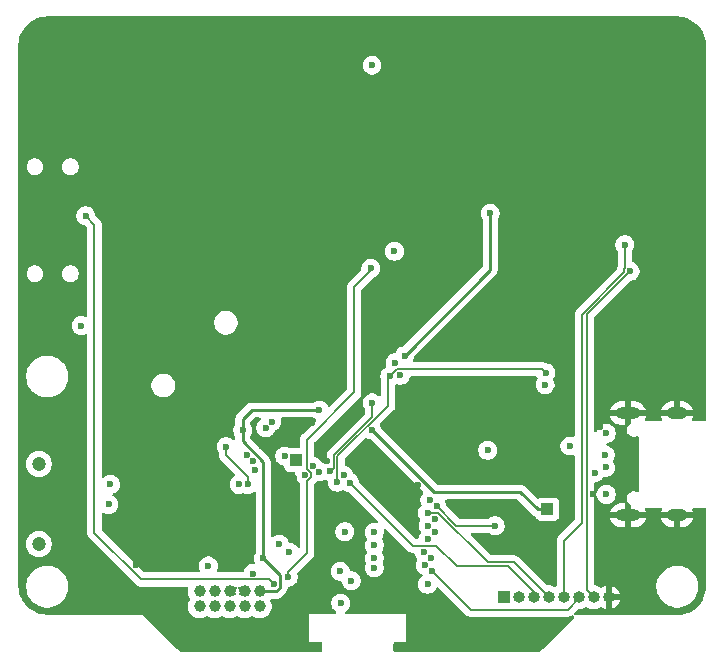
<source format=gbr>
%TF.GenerationSoftware,KiCad,Pcbnew,9.0.0-rc1*%
%TF.CreationDate,2025-02-03T21:42:00-06:00*%
%TF.ProjectId,tempo,74656d70-6f2e-46b6-9963-61645f706362,rev?*%
%TF.SameCoordinates,Original*%
%TF.FileFunction,Copper,L3,Inr*%
%TF.FilePolarity,Positive*%
%FSLAX46Y46*%
G04 Gerber Fmt 4.6, Leading zero omitted, Abs format (unit mm)*
G04 Created by KiCad (PCBNEW 9.0.0-rc1) date 2025-02-03 21:42:00*
%MOMM*%
%LPD*%
G01*
G04 APERTURE LIST*
%TA.AperFunction,ComponentPad*%
%ADD10C,1.000000*%
%TD*%
%TA.AperFunction,ComponentPad*%
%ADD11R,1.000000X1.000000*%
%TD*%
%TA.AperFunction,ComponentPad*%
%ADD12O,1.000000X1.000000*%
%TD*%
%TA.AperFunction,ComponentPad*%
%ADD13O,2.100000X1.000000*%
%TD*%
%TA.AperFunction,ComponentPad*%
%ADD14O,1.800000X1.000000*%
%TD*%
%TA.AperFunction,WasherPad*%
%ADD15C,1.200000*%
%TD*%
%TA.AperFunction,ViaPad*%
%ADD16C,0.600000*%
%TD*%
%TA.AperFunction,Conductor*%
%ADD17C,0.250000*%
%TD*%
%TA.AperFunction,Conductor*%
%ADD18C,0.200000*%
%TD*%
G04 APERTURE END LIST*
D10*
%TO.N,3.3V*%
%TO.C,J5*%
X146610000Y-113855000D03*
%TO.N,/SWDIO*%
X146610000Y-115125000D03*
%TO.N,GND*%
X145340000Y-113855000D03*
%TO.N,/SWDCLK*%
X145340000Y-115125000D03*
%TO.N,GND*%
X144070000Y-113855000D03*
%TO.N,unconnected-(J5-Pad6)*%
X144070000Y-115125000D03*
%TO.N,unconnected-(J5-Pad7)*%
X142800000Y-113855000D03*
%TO.N,unconnected-(J5-Pad8)*%
X142800000Y-115125000D03*
%TO.N,GND*%
X141530000Y-113855000D03*
%TO.N,/~{RESET}*%
X141530000Y-115125000D03*
%TD*%
D11*
%TO.N,/D6*%
%TO.C,TP3*%
X149660000Y-102740000D03*
%TD*%
%TO.N,/P0.31*%
%TO.C,J3*%
X167260000Y-114340000D03*
D12*
%TO.N,3.3V*%
X168530000Y-114340000D03*
%TO.N,/APP_NORA_TX*%
X169800000Y-114340000D03*
%TO.N,/APP_NORA_RX*%
X171070000Y-114340000D03*
%TO.N,/FLASH_MISO*%
X172340000Y-114340000D03*
%TO.N,/FLASH_MOSI*%
X173610000Y-114340000D03*
%TO.N,/FLASH_SCK*%
X174880000Y-114340000D03*
%TO.N,GND*%
X176150000Y-114340000D03*
%TD*%
D13*
%TO.N,GND*%
%TO.C,J2*%
X177765000Y-107395000D03*
D14*
X181945000Y-107395000D03*
D13*
X177765000Y-98755000D03*
D14*
X181945000Y-98755000D03*
%TD*%
D11*
%TO.N,V_BATT*%
%TO.C,TP4*%
X170960000Y-106900000D03*
%TD*%
D15*
%TO.N,*%
%TO.C,SW1*%
X127897500Y-109850000D03*
X127897500Y-103050000D03*
%TD*%
D16*
%TO.N,GND*%
X131710000Y-113240000D03*
X139860000Y-113890000D03*
X130460000Y-99440000D03*
X129010000Y-71340000D03*
X166860000Y-100340000D03*
X148960000Y-116840000D03*
X142710000Y-97690000D03*
X155610000Y-115390000D03*
X151010000Y-99590000D03*
X152310000Y-102840000D03*
X181310000Y-71740000D03*
X174811600Y-105640000D03*
X175410000Y-99940000D03*
X172160000Y-116290000D03*
X176710000Y-108590000D03*
X170060000Y-103190000D03*
X146760000Y-101540000D03*
X149510000Y-104240000D03*
X136160000Y-111640000D03*
X153710000Y-110490000D03*
X160037637Y-104862363D03*
X178760000Y-113540000D03*
X161760000Y-99880000D03*
X164210000Y-103190000D03*
X140910000Y-108240000D03*
%TO.N,3.3V*%
X145160000Y-100190000D03*
X146910000Y-111040000D03*
X166110000Y-81840000D03*
X161010000Y-106090000D03*
X151660000Y-98490000D03*
X158860000Y-93890000D03*
%TO.N,V_BATT*%
X156114685Y-100194685D03*
%TO.N,/SDA*%
X153181990Y-104602008D03*
X170810000Y-95340000D03*
X157610000Y-95640000D03*
%TO.N,/SCL*%
X156110000Y-97890000D03*
X152560000Y-103690000D03*
X170760000Y-96340000D03*
%TO.N,/D6*%
X150410000Y-103991600D03*
X156310000Y-111040000D03*
%TO.N,VBUS*%
X175935000Y-100465000D03*
X175935000Y-105640000D03*
%TO.N,/D11*%
X160810000Y-113240000D03*
X158060000Y-94490000D03*
%TO.N,/D12*%
X151110000Y-103240000D03*
X133960000Y-104790000D03*
%TO.N,/D13*%
X133810000Y-106490000D03*
X146010000Y-112338400D03*
%TO.N,/SCK*%
X148710000Y-102390000D03*
X147115308Y-99979464D03*
%TO.N,/~{RESET}*%
X153460000Y-114840000D03*
%TO.N,/VBACKUP*%
X156110000Y-69290000D03*
%TO.N,VIN*%
X172860000Y-101540000D03*
X165910000Y-101890000D03*
%TO.N,V_USB*%
X161610000Y-106640000D03*
X166531304Y-108279661D03*
%TO.N,/D5*%
X151631497Y-103720653D03*
X147614694Y-99477864D03*
%TO.N,/D9*%
X158510000Y-95540000D03*
X156310000Y-111840000D03*
%TO.N,/VCOM1_RX*%
X149010000Y-112641600D03*
X156010000Y-86490000D03*
%TO.N,/VCOM1_TX*%
X158010000Y-85040000D03*
X153410000Y-112140000D03*
%TO.N,/FLASH_CD*%
X160610000Y-111638400D03*
%TO.N,/FLASH_CS*%
X154360000Y-112940000D03*
%TO.N,/FLASH_MOSI*%
X161210000Y-112140000D03*
%TO.N,/FLASH_SCK*%
X177960000Y-86740000D03*
X161110000Y-111040000D03*
%TO.N,/FLASH_MISO*%
X177510000Y-84490000D03*
X160535224Y-110538400D03*
%TO.N,/BTN1*%
X156310000Y-108840000D03*
X131510000Y-91340000D03*
%TO.N,/BTN2*%
X131860000Y-82040000D03*
X147810000Y-113240000D03*
%TO.N,/QSPI_IO0*%
X142260000Y-111690000D03*
X148260000Y-109840000D03*
%TO.N,/RGB_R*%
X160860000Y-108290000D03*
X145560000Y-102290000D03*
%TO.N,USB_D+*%
X175860000Y-102290000D03*
X175885000Y-103340000D03*
X161410000Y-107690000D03*
%TO.N,USB_D-*%
X161410000Y-108840000D03*
X174960000Y-103815000D03*
%TO.N,/RGB_G*%
X146060000Y-102790000D03*
X160860000Y-109390000D03*
%TO.N,/RGB_B*%
X156310000Y-109940000D03*
X146160000Y-103540000D03*
%TO.N,/NET_NORA_TX*%
X153810000Y-108791600D03*
%TO.N,/APP_NORA_TX*%
X154210000Y-104640000D03*
%TO.N,/APP_NORA_RX*%
X160810000Y-107190000D03*
%TO.N,/QSPI_CSN*%
X145569369Y-104791600D03*
X143760000Y-101590000D03*
%TO.N,/QSPI_IO1*%
X144860000Y-104791600D03*
X149110000Y-110538400D03*
%TO.N,/NET_NORA_RX*%
X153710000Y-104015000D03*
%TD*%
D17*
%TO.N,3.3V*%
X145160000Y-99240000D02*
X145910000Y-98490000D01*
X145160000Y-100190000D02*
X145160000Y-101143860D01*
X148337600Y-113458540D02*
X148310000Y-113486140D01*
X146910000Y-111040000D02*
X148310000Y-112440000D01*
X145910000Y-98490000D02*
X151660000Y-98490000D01*
X166110000Y-81840000D02*
X166110000Y-86640000D01*
X148310000Y-112993860D02*
X148337600Y-113021460D01*
X146910000Y-102893860D02*
X146910000Y-111040000D01*
X166110000Y-86640000D02*
X158860000Y-93890000D01*
X148337600Y-113021460D02*
X148337600Y-113458540D01*
X147995000Y-113855000D02*
X146610000Y-113855000D01*
X148310000Y-113486140D02*
X148310000Y-113540000D01*
X158860000Y-93890000D02*
X158935000Y-93815000D01*
X145160000Y-100190000D02*
X145160000Y-99240000D01*
X148310000Y-113540000D02*
X147995000Y-113855000D01*
X145160000Y-101143860D02*
X146910000Y-102893860D01*
X148310000Y-112440000D02*
X148310000Y-112993860D01*
%TO.N,V_BATT*%
X161360000Y-105440000D02*
X156114685Y-100194685D01*
X170120000Y-106900000D02*
X168660000Y-105440000D01*
X170960000Y-106900000D02*
X170120000Y-106900000D01*
X168660000Y-105440000D02*
X161360000Y-105440000D01*
D18*
%TO.N,/SDA*%
X157460000Y-98140000D02*
X157460000Y-95790000D01*
X157610000Y-95640000D02*
X158210000Y-95040000D01*
X153181990Y-104602008D02*
X153181990Y-102418010D01*
X170507400Y-95037400D02*
X170810000Y-95340000D01*
X157460000Y-95790000D02*
X157610000Y-95640000D01*
X158210000Y-95040000D02*
X158299216Y-95040000D01*
X158299216Y-95040000D02*
X158301816Y-95037400D01*
X153181990Y-102418010D02*
X157460000Y-98140000D01*
X158301816Y-95037400D02*
X170507400Y-95037400D01*
%TO.N,/SCL*%
X156110000Y-97890000D02*
X156110000Y-99062058D01*
X152860000Y-102312058D02*
X152860000Y-103390000D01*
X152860000Y-103390000D02*
X152560000Y-103690000D01*
X156110000Y-99062058D02*
X152860000Y-102312058D01*
%TO.N,V_USB*%
X166531304Y-108279661D02*
X163249661Y-108279661D01*
X163249661Y-108279661D02*
X161610000Y-106640000D01*
%TO.N,/VCOM1_RX*%
X150607400Y-103031816D02*
X150610000Y-103029216D01*
X150607400Y-103448184D02*
X150607400Y-103031816D01*
X150912600Y-103783416D02*
X150618184Y-103489000D01*
X150610000Y-104494200D02*
X150618184Y-104494200D01*
X150912600Y-104199784D02*
X150912600Y-103783416D01*
X150610000Y-103489000D02*
X150610000Y-103450784D01*
X149010000Y-112641600D02*
X149010000Y-112190000D01*
X150610000Y-100990000D02*
X154610000Y-96990000D01*
X150618184Y-103489000D02*
X150610000Y-103489000D01*
X154610000Y-88040000D02*
X156010000Y-86640000D01*
X149010000Y-112190000D02*
X150610000Y-110590000D01*
X150610000Y-103450784D02*
X150607400Y-103448184D01*
X154610000Y-96990000D02*
X154610000Y-88040000D01*
X150610000Y-103029216D02*
X150610000Y-100990000D01*
X156010000Y-86640000D02*
X156010000Y-86490000D01*
X150618184Y-104494200D02*
X150912600Y-104199784D01*
X150610000Y-110590000D02*
X150610000Y-104494200D01*
%TO.N,/FLASH_MOSI*%
X161210000Y-112140000D02*
X164460000Y-115390000D01*
X172660000Y-115390000D02*
X173610000Y-114440000D01*
X173610000Y-114440000D02*
X173610000Y-114340000D01*
X164460000Y-115390000D02*
X172660000Y-115390000D01*
%TO.N,/FLASH_SCK*%
X174310000Y-90390000D02*
X177960000Y-86740000D01*
X174880000Y-114340000D02*
X174310000Y-113770000D01*
X174310000Y-113770000D02*
X174310000Y-90390000D01*
%TO.N,/FLASH_MISO*%
X172340000Y-114340000D02*
X172340000Y-109560000D01*
X173860000Y-90412058D02*
X177457400Y-86814658D01*
X177457400Y-86814658D02*
X177457400Y-86531816D01*
X172340000Y-109560000D02*
X173860000Y-108040000D01*
X173860000Y-108040000D02*
X173860000Y-90412058D01*
X177457400Y-86531816D02*
X177510000Y-86479216D01*
X177510000Y-86479216D02*
X177510000Y-84490000D01*
%TO.N,/BTN2*%
X132610000Y-108890000D02*
X132610000Y-82790000D01*
X136560000Y-112840000D02*
X132610000Y-108890000D01*
X147810000Y-113240000D02*
X147410000Y-112840000D01*
X147410000Y-112840000D02*
X136560000Y-112840000D01*
X132610000Y-82790000D02*
X131860000Y-82040000D01*
%TO.N,/APP_NORA_TX*%
X169800000Y-113880000D02*
X167660000Y-111740000D01*
X161560000Y-109990000D02*
X159560000Y-109990000D01*
X169800000Y-114340000D02*
X169800000Y-113880000D01*
X163310000Y-111740000D02*
X161560000Y-109990000D01*
X167660000Y-111740000D02*
X163310000Y-111740000D01*
X159560000Y-109990000D02*
X154210000Y-104640000D01*
%TO.N,/APP_NORA_RX*%
X161199216Y-107190000D02*
X161201816Y-107187400D01*
X168120000Y-111390000D02*
X171070000Y-114340000D01*
X161201816Y-107187400D02*
X161729458Y-107187400D01*
X160810000Y-107190000D02*
X161199216Y-107190000D01*
X165932058Y-111390000D02*
X168120000Y-111390000D01*
X161729458Y-107187400D02*
X165932058Y-111390000D01*
%TO.N,/QSPI_CSN*%
X143760000Y-102340000D02*
X143760000Y-101590000D01*
X145569369Y-104791600D02*
X145569369Y-104149369D01*
X145569369Y-104149369D02*
X143760000Y-102340000D01*
%TD*%
%TA.AperFunction,Conductor*%
%TO.N,GND*%
G36*
X181953528Y-65172325D02*
G01*
X182235530Y-65189344D01*
X182250355Y-65191140D01*
X182524572Y-65241276D01*
X182539074Y-65244842D01*
X182805290Y-65327599D01*
X182819250Y-65332881D01*
X183033721Y-65429160D01*
X183073561Y-65447045D01*
X183086797Y-65453973D01*
X183325540Y-65597897D01*
X183337844Y-65606366D01*
X183557533Y-65777950D01*
X183568732Y-65787838D01*
X183766202Y-65984609D01*
X183776130Y-65995773D01*
X183948494Y-66214853D01*
X183957008Y-66227130D01*
X184101778Y-66465359D01*
X184108753Y-66478571D01*
X184223817Y-66732470D01*
X184229153Y-66746424D01*
X184312849Y-67012328D01*
X184316468Y-67026824D01*
X184367577Y-67300862D01*
X184369426Y-67315686D01*
X184387431Y-67597372D01*
X184387684Y-67605282D01*
X184387684Y-99301000D01*
X184367999Y-99368039D01*
X184315195Y-99413794D01*
X184263684Y-99425000D01*
X183331999Y-99425000D01*
X183264960Y-99405315D01*
X183219205Y-99352511D01*
X183209261Y-99283353D01*
X183228898Y-99232108D01*
X183231184Y-99228686D01*
X183231192Y-99228671D01*
X183306569Y-99046692D01*
X183306569Y-99046690D01*
X183314862Y-99005000D01*
X182511988Y-99005000D01*
X182529205Y-98995060D01*
X182585060Y-98939205D01*
X182624556Y-98870796D01*
X182645000Y-98794496D01*
X182645000Y-98715504D01*
X182624556Y-98639204D01*
X182585060Y-98570795D01*
X182529205Y-98514940D01*
X182511988Y-98505000D01*
X183314862Y-98505000D01*
X183306569Y-98463309D01*
X183306569Y-98463307D01*
X183231192Y-98281328D01*
X183231185Y-98281315D01*
X183121751Y-98117537D01*
X183121748Y-98117533D01*
X182982466Y-97978251D01*
X182982462Y-97978248D01*
X182818684Y-97868814D01*
X182818671Y-97868807D01*
X182636693Y-97793430D01*
X182636681Y-97793427D01*
X182443495Y-97755000D01*
X182195000Y-97755000D01*
X182195000Y-98455000D01*
X181695000Y-98455000D01*
X181695000Y-97755000D01*
X181446504Y-97755000D01*
X181253318Y-97793427D01*
X181253306Y-97793430D01*
X181071328Y-97868807D01*
X181071315Y-97868814D01*
X180907537Y-97978248D01*
X180907533Y-97978251D01*
X180768251Y-98117533D01*
X180768248Y-98117537D01*
X180658814Y-98281315D01*
X180658807Y-98281328D01*
X180583430Y-98463307D01*
X180583430Y-98463309D01*
X180575138Y-98505000D01*
X181378012Y-98505000D01*
X181360795Y-98514940D01*
X181304940Y-98570795D01*
X181265444Y-98639204D01*
X181245000Y-98715504D01*
X181245000Y-98794496D01*
X181265444Y-98870796D01*
X181304940Y-98939205D01*
X181360795Y-98995060D01*
X181378012Y-99005000D01*
X180575138Y-99005000D01*
X180583430Y-99046690D01*
X180583430Y-99046692D01*
X180658807Y-99228671D01*
X180658815Y-99228686D01*
X180661102Y-99232108D01*
X180681981Y-99298785D01*
X180663497Y-99366166D01*
X180611519Y-99412856D01*
X180558001Y-99425000D01*
X179301999Y-99425000D01*
X179234960Y-99405315D01*
X179189205Y-99352511D01*
X179179261Y-99283353D01*
X179198898Y-99232108D01*
X179201184Y-99228686D01*
X179201192Y-99228671D01*
X179276569Y-99046692D01*
X179276569Y-99046690D01*
X179284862Y-99005000D01*
X178481988Y-99005000D01*
X178499205Y-98995060D01*
X178555060Y-98939205D01*
X178594556Y-98870796D01*
X178615000Y-98794496D01*
X178615000Y-98715504D01*
X178594556Y-98639204D01*
X178555060Y-98570795D01*
X178499205Y-98514940D01*
X178481988Y-98505000D01*
X179284862Y-98505000D01*
X179276569Y-98463309D01*
X179276569Y-98463307D01*
X179201192Y-98281328D01*
X179201185Y-98281315D01*
X179091751Y-98117537D01*
X179091748Y-98117533D01*
X178952466Y-97978251D01*
X178952462Y-97978248D01*
X178788684Y-97868814D01*
X178788671Y-97868807D01*
X178606693Y-97793430D01*
X178606681Y-97793427D01*
X178413495Y-97755000D01*
X178015000Y-97755000D01*
X178015000Y-98455000D01*
X177515000Y-98455000D01*
X177515000Y-97755000D01*
X177116504Y-97755000D01*
X176923318Y-97793427D01*
X176923306Y-97793430D01*
X176741328Y-97868807D01*
X176741315Y-97868814D01*
X176577537Y-97978248D01*
X176577533Y-97978251D01*
X176438251Y-98117533D01*
X176438248Y-98117537D01*
X176328814Y-98281315D01*
X176328807Y-98281328D01*
X176253430Y-98463307D01*
X176253430Y-98463309D01*
X176245138Y-98505000D01*
X177048012Y-98505000D01*
X177030795Y-98514940D01*
X176974940Y-98570795D01*
X176935444Y-98639204D01*
X176915000Y-98715504D01*
X176915000Y-98794496D01*
X176935444Y-98870796D01*
X176974940Y-98939205D01*
X177030795Y-98995060D01*
X177048012Y-99005000D01*
X176245138Y-99005000D01*
X176253430Y-99046690D01*
X176253430Y-99046692D01*
X176328807Y-99228671D01*
X176328814Y-99228684D01*
X176438248Y-99392462D01*
X176438251Y-99392466D01*
X176577533Y-99531748D01*
X176577537Y-99531751D01*
X176741315Y-99641185D01*
X176741328Y-99641192D01*
X176923306Y-99716569D01*
X176923318Y-99716572D01*
X177116504Y-99754999D01*
X177116508Y-99755000D01*
X177515000Y-99755000D01*
X177515000Y-99055000D01*
X178015000Y-99055000D01*
X178015000Y-99593215D01*
X177995315Y-99660254D01*
X177953002Y-99700601D01*
X177911638Y-99724483D01*
X177911632Y-99724487D01*
X177804487Y-99831632D01*
X177804485Y-99831635D01*
X177728719Y-99962863D01*
X177721943Y-99988152D01*
X177689500Y-100109234D01*
X177689500Y-100260766D01*
X177707879Y-100329358D01*
X177728719Y-100407136D01*
X177738168Y-100423501D01*
X177804485Y-100538365D01*
X177911635Y-100645515D01*
X178003402Y-100698497D01*
X178042861Y-100721279D01*
X178042865Y-100721281D01*
X178189234Y-100760500D01*
X178189236Y-100760500D01*
X178340764Y-100760500D01*
X178340766Y-100760500D01*
X178487135Y-100721281D01*
X178488765Y-100720339D01*
X178498999Y-100714432D01*
X178566898Y-100697958D01*
X178632926Y-100720810D01*
X178676117Y-100775730D01*
X178685000Y-100821818D01*
X178685000Y-105328181D01*
X178665315Y-105395220D01*
X178612511Y-105440975D01*
X178543353Y-105450919D01*
X178499003Y-105435570D01*
X178487138Y-105428720D01*
X178487135Y-105428719D01*
X178340766Y-105389500D01*
X178189234Y-105389500D01*
X178042863Y-105428719D01*
X177911635Y-105504485D01*
X177911632Y-105504487D01*
X177804487Y-105611632D01*
X177804485Y-105611635D01*
X177728719Y-105742863D01*
X177724664Y-105757998D01*
X177689500Y-105889234D01*
X177689500Y-106040766D01*
X177699381Y-106077643D01*
X177728719Y-106187136D01*
X177731362Y-106191713D01*
X177804485Y-106318365D01*
X177911635Y-106425515D01*
X177937590Y-106440500D01*
X177953000Y-106449397D01*
X178001216Y-106499964D01*
X178015000Y-106556784D01*
X178015000Y-107095000D01*
X177515000Y-107095000D01*
X177515000Y-106395000D01*
X177116504Y-106395000D01*
X176923318Y-106433427D01*
X176923306Y-106433430D01*
X176741328Y-106508807D01*
X176741315Y-106508814D01*
X176577537Y-106618248D01*
X176577533Y-106618251D01*
X176438251Y-106757533D01*
X176438248Y-106757537D01*
X176328814Y-106921315D01*
X176328807Y-106921328D01*
X176253430Y-107103307D01*
X176253430Y-107103309D01*
X176245138Y-107145000D01*
X177048012Y-107145000D01*
X177030795Y-107154940D01*
X176974940Y-107210795D01*
X176935444Y-107279204D01*
X176915000Y-107355504D01*
X176915000Y-107434496D01*
X176935444Y-107510796D01*
X176974940Y-107579205D01*
X177030795Y-107635060D01*
X177048012Y-107645000D01*
X176245138Y-107645000D01*
X176253430Y-107686690D01*
X176253430Y-107686692D01*
X176328807Y-107868671D01*
X176328814Y-107868684D01*
X176438248Y-108032462D01*
X176438251Y-108032466D01*
X176577533Y-108171748D01*
X176577537Y-108171751D01*
X176741315Y-108281185D01*
X176741328Y-108281192D01*
X176923306Y-108356569D01*
X176923318Y-108356572D01*
X177116504Y-108394999D01*
X177116508Y-108395000D01*
X177515000Y-108395000D01*
X177515000Y-107695000D01*
X178015000Y-107695000D01*
X178015000Y-108395000D01*
X178413492Y-108395000D01*
X178413495Y-108394999D01*
X178606681Y-108356572D01*
X178606693Y-108356569D01*
X178788671Y-108281192D01*
X178788684Y-108281185D01*
X178952462Y-108171751D01*
X178952466Y-108171748D01*
X179091748Y-108032466D01*
X179091751Y-108032462D01*
X179201185Y-107868684D01*
X179201192Y-107868671D01*
X179276569Y-107686692D01*
X179276569Y-107686690D01*
X179284862Y-107645000D01*
X178481988Y-107645000D01*
X178499205Y-107635060D01*
X178555060Y-107579205D01*
X178594556Y-107510796D01*
X178615000Y-107434496D01*
X178615000Y-107355504D01*
X178594556Y-107279204D01*
X178555060Y-107210795D01*
X178499205Y-107154940D01*
X178481988Y-107145000D01*
X179284862Y-107145000D01*
X179276569Y-107103309D01*
X179276569Y-107103307D01*
X179203314Y-106926452D01*
X179195845Y-106856983D01*
X179227120Y-106794504D01*
X179287209Y-106758852D01*
X179317875Y-106755000D01*
X180542125Y-106755000D01*
X180609164Y-106774685D01*
X180654919Y-106827489D01*
X180664863Y-106896647D01*
X180656686Y-106926452D01*
X180583430Y-107103307D01*
X180583430Y-107103309D01*
X180575138Y-107145000D01*
X181378012Y-107145000D01*
X181360795Y-107154940D01*
X181304940Y-107210795D01*
X181265444Y-107279204D01*
X181245000Y-107355504D01*
X181245000Y-107434496D01*
X181265444Y-107510796D01*
X181304940Y-107579205D01*
X181360795Y-107635060D01*
X181378012Y-107645000D01*
X180575138Y-107645000D01*
X180583430Y-107686690D01*
X180583430Y-107686692D01*
X180658807Y-107868671D01*
X180658814Y-107868684D01*
X180768248Y-108032462D01*
X180768251Y-108032466D01*
X180907533Y-108171748D01*
X180907537Y-108171751D01*
X181071315Y-108281185D01*
X181071328Y-108281192D01*
X181253306Y-108356569D01*
X181253318Y-108356572D01*
X181446504Y-108394999D01*
X181446508Y-108395000D01*
X181695000Y-108395000D01*
X181695000Y-107695000D01*
X182195000Y-107695000D01*
X182195000Y-108395000D01*
X182443492Y-108395000D01*
X182443495Y-108394999D01*
X182636681Y-108356572D01*
X182636693Y-108356569D01*
X182818671Y-108281192D01*
X182818684Y-108281185D01*
X182982462Y-108171751D01*
X182982466Y-108171748D01*
X183121748Y-108032466D01*
X183121751Y-108032462D01*
X183231185Y-107868684D01*
X183231192Y-107868671D01*
X183306569Y-107686692D01*
X183306569Y-107686690D01*
X183314862Y-107645000D01*
X182511988Y-107645000D01*
X182529205Y-107635060D01*
X182585060Y-107579205D01*
X182624556Y-107510796D01*
X182645000Y-107434496D01*
X182645000Y-107355504D01*
X182624556Y-107279204D01*
X182585060Y-107210795D01*
X182529205Y-107154940D01*
X182511988Y-107145000D01*
X183314862Y-107145000D01*
X183306569Y-107103309D01*
X183306569Y-107103307D01*
X183233314Y-106926452D01*
X183225845Y-106856983D01*
X183257120Y-106794504D01*
X183317209Y-106758852D01*
X183347875Y-106755000D01*
X184263684Y-106755000D01*
X184330723Y-106774685D01*
X184376478Y-106827489D01*
X184387684Y-106879000D01*
X184387684Y-113396249D01*
X184387458Y-113403736D01*
X184370361Y-113686369D01*
X184368556Y-113701234D01*
X184318193Y-113976054D01*
X184314609Y-113990592D01*
X184231491Y-114257328D01*
X184226184Y-114271322D01*
X184111513Y-114526110D01*
X184104560Y-114539358D01*
X183960012Y-114778467D01*
X183951506Y-114790790D01*
X183779206Y-115010714D01*
X183769276Y-115021922D01*
X183571716Y-115219481D01*
X183560508Y-115229411D01*
X183340569Y-115401721D01*
X183328245Y-115410227D01*
X183089155Y-115554760D01*
X183075897Y-115561719D01*
X182821116Y-115676386D01*
X182807115Y-115681696D01*
X182540368Y-115764816D01*
X182525829Y-115768399D01*
X182251019Y-115818758D01*
X182236154Y-115820563D01*
X181953254Y-115837674D01*
X181945768Y-115837900D01*
X173429472Y-115837900D01*
X173380668Y-115858117D01*
X173379781Y-115855976D01*
X173328859Y-115871914D01*
X173261481Y-115853420D01*
X173214798Y-115801435D01*
X173203631Y-115732463D01*
X173231525Y-115668403D01*
X173238957Y-115660277D01*
X173522418Y-115376816D01*
X173583739Y-115343334D01*
X173610097Y-115340500D01*
X173708543Y-115340500D01*
X173862567Y-115309862D01*
X173901835Y-115302051D01*
X174083914Y-115226632D01*
X174176109Y-115165029D01*
X174242786Y-115144151D01*
X174310166Y-115162635D01*
X174313891Y-115165029D01*
X174405427Y-115226192D01*
X174406086Y-115226632D01*
X174406088Y-115226633D01*
X174406092Y-115226635D01*
X174587001Y-115301569D01*
X174588165Y-115302051D01*
X174588169Y-115302051D01*
X174588170Y-115302052D01*
X174781456Y-115340500D01*
X174781459Y-115340500D01*
X174978543Y-115340500D01*
X175132567Y-115309862D01*
X175171835Y-115302051D01*
X175353914Y-115226632D01*
X175353919Y-115226628D01*
X175353922Y-115226627D01*
X175394539Y-115199487D01*
X175446559Y-115164728D01*
X175513234Y-115143850D01*
X175580614Y-115162334D01*
X175584341Y-115164728D01*
X175676321Y-115226188D01*
X175676328Y-115226192D01*
X175858308Y-115301569D01*
X175900000Y-115309862D01*
X176400000Y-115309862D01*
X176441690Y-115301569D01*
X176441692Y-115301569D01*
X176623671Y-115226192D01*
X176623684Y-115226185D01*
X176787462Y-115116751D01*
X176787466Y-115116748D01*
X176926748Y-114977466D01*
X176926751Y-114977462D01*
X177036185Y-114813684D01*
X177036192Y-114813671D01*
X177111569Y-114631692D01*
X177111569Y-114631690D01*
X177119862Y-114590000D01*
X176400000Y-114590000D01*
X176400000Y-115309862D01*
X175900000Y-115309862D01*
X175900000Y-114549618D01*
X175950446Y-114600064D01*
X176024555Y-114642851D01*
X176107213Y-114665000D01*
X176192787Y-114665000D01*
X176275445Y-114642851D01*
X176349554Y-114600064D01*
X176410064Y-114539554D01*
X176452851Y-114465445D01*
X176475000Y-114382787D01*
X176475000Y-114297213D01*
X176452851Y-114214555D01*
X176410064Y-114140446D01*
X176359618Y-114090000D01*
X176400000Y-114090000D01*
X177119862Y-114090000D01*
X177111569Y-114048309D01*
X177111569Y-114048307D01*
X177036192Y-113866328D01*
X177036185Y-113866315D01*
X176926751Y-113702537D01*
X176926748Y-113702533D01*
X176787466Y-113563251D01*
X176787462Y-113563248D01*
X176623684Y-113453814D01*
X176623675Y-113453809D01*
X176576321Y-113434195D01*
X176576319Y-113434194D01*
X176441691Y-113378429D01*
X176441683Y-113378427D01*
X176400000Y-113370135D01*
X176400000Y-114090000D01*
X176359618Y-114090000D01*
X176349554Y-114079936D01*
X176275445Y-114037149D01*
X176192787Y-114015000D01*
X176107213Y-114015000D01*
X176024555Y-114037149D01*
X175950446Y-114079936D01*
X175900000Y-114130382D01*
X175900000Y-113370136D01*
X175899999Y-113370135D01*
X175858316Y-113378427D01*
X175858308Y-113378429D01*
X175676325Y-113453809D01*
X175584339Y-113515271D01*
X175517661Y-113536148D01*
X175450281Y-113517663D01*
X175446559Y-113515271D01*
X175393776Y-113480003D01*
X175353914Y-113453368D01*
X175353911Y-113453366D01*
X175353910Y-113453366D01*
X175171839Y-113377950D01*
X175171829Y-113377947D01*
X175010308Y-113345818D01*
X174967996Y-113323685D01*
X180185500Y-113323685D01*
X180185500Y-113556314D01*
X180204752Y-113702537D01*
X180215863Y-113786930D01*
X180237073Y-113866086D01*
X180276068Y-114011620D01*
X180365083Y-114226521D01*
X180365088Y-114226532D01*
X180481387Y-114427966D01*
X180481398Y-114427982D01*
X180622996Y-114612517D01*
X180623002Y-114612524D01*
X180787475Y-114776997D01*
X180787482Y-114777003D01*
X180805450Y-114790790D01*
X180972026Y-114918608D01*
X180972033Y-114918612D01*
X181173467Y-115034911D01*
X181173472Y-115034913D01*
X181173475Y-115034915D01*
X181266601Y-115073489D01*
X181388379Y-115123931D01*
X181388380Y-115123931D01*
X181388382Y-115123932D01*
X181613070Y-115184137D01*
X181843693Y-115214500D01*
X181843700Y-115214500D01*
X182076300Y-115214500D01*
X182076307Y-115214500D01*
X182306930Y-115184137D01*
X182531618Y-115123932D01*
X182746525Y-115034915D01*
X182947974Y-114918608D01*
X183132519Y-114777002D01*
X183297002Y-114612519D01*
X183438608Y-114427974D01*
X183554915Y-114226525D01*
X183643932Y-114011618D01*
X183704137Y-113786930D01*
X183734500Y-113556307D01*
X183734500Y-113323693D01*
X183733906Y-113319185D01*
X183728629Y-113279101D01*
X183704137Y-113093070D01*
X183643932Y-112868382D01*
X183640938Y-112861155D01*
X183582654Y-112720444D01*
X183554915Y-112653475D01*
X183554913Y-112653472D01*
X183554911Y-112653467D01*
X183438612Y-112452033D01*
X183438608Y-112452026D01*
X183360542Y-112350288D01*
X183297003Y-112267482D01*
X183296997Y-112267475D01*
X183132524Y-112103002D01*
X183132517Y-112102996D01*
X182947982Y-111961398D01*
X182947980Y-111961396D01*
X182947974Y-111961392D01*
X182947969Y-111961389D01*
X182947966Y-111961387D01*
X182746532Y-111845088D01*
X182746521Y-111845083D01*
X182531620Y-111756068D01*
X182386717Y-111717242D01*
X182306930Y-111695863D01*
X182255680Y-111689115D01*
X182076314Y-111665500D01*
X182076307Y-111665500D01*
X181843693Y-111665500D01*
X181843685Y-111665500D01*
X181638694Y-111692489D01*
X181613070Y-111695863D01*
X181562258Y-111709478D01*
X181388379Y-111756068D01*
X181173478Y-111845083D01*
X181173467Y-111845088D01*
X180972033Y-111961387D01*
X180972017Y-111961398D01*
X180787482Y-112102996D01*
X180787475Y-112103002D01*
X180623002Y-112267475D01*
X180622996Y-112267482D01*
X180481398Y-112452017D01*
X180481387Y-112452033D01*
X180365088Y-112653467D01*
X180365083Y-112653478D01*
X180276068Y-112868379D01*
X180215863Y-113093071D01*
X180185500Y-113323685D01*
X174967996Y-113323685D01*
X174948397Y-113313433D01*
X174913823Y-113252717D01*
X174910500Y-113224201D01*
X174910500Y-105851711D01*
X174930185Y-105784672D01*
X174982989Y-105738917D01*
X175052147Y-105728973D01*
X175115703Y-105757998D01*
X175153477Y-105816776D01*
X175156117Y-105827520D01*
X175165261Y-105873489D01*
X175165264Y-105873501D01*
X175225602Y-106019172D01*
X175225609Y-106019185D01*
X175313210Y-106150288D01*
X175313213Y-106150292D01*
X175424707Y-106261786D01*
X175424711Y-106261789D01*
X175555814Y-106349390D01*
X175555827Y-106349397D01*
X175665924Y-106395000D01*
X175701503Y-106409737D01*
X175820600Y-106433427D01*
X175856153Y-106440499D01*
X175856156Y-106440500D01*
X175856158Y-106440500D01*
X176013844Y-106440500D01*
X176013845Y-106440499D01*
X176168497Y-106409737D01*
X176307576Y-106352129D01*
X176314172Y-106349397D01*
X176314172Y-106349396D01*
X176314179Y-106349394D01*
X176445289Y-106261789D01*
X176556789Y-106150289D01*
X176644394Y-106019179D01*
X176647719Y-106011153D01*
X176674131Y-105947387D01*
X176704737Y-105873497D01*
X176735500Y-105718842D01*
X176735500Y-105561158D01*
X176735500Y-105561155D01*
X176735499Y-105561153D01*
X176733075Y-105548965D01*
X176704737Y-105406503D01*
X176700418Y-105396076D01*
X176644397Y-105260827D01*
X176644390Y-105260814D01*
X176556789Y-105129711D01*
X176556786Y-105129707D01*
X176445292Y-105018213D01*
X176445288Y-105018210D01*
X176314185Y-104930609D01*
X176314172Y-104930602D01*
X176168501Y-104870264D01*
X176168489Y-104870261D01*
X176013845Y-104839500D01*
X176013842Y-104839500D01*
X175856158Y-104839500D01*
X175856155Y-104839500D01*
X175701510Y-104870261D01*
X175701498Y-104870264D01*
X175555827Y-104930602D01*
X175555814Y-104930609D01*
X175424711Y-105018210D01*
X175424707Y-105018213D01*
X175313213Y-105129707D01*
X175313210Y-105129711D01*
X175225609Y-105260814D01*
X175225602Y-105260827D01*
X175165264Y-105406498D01*
X175165261Y-105406508D01*
X175156117Y-105452480D01*
X175123732Y-105514391D01*
X175063016Y-105548965D01*
X174993246Y-105545224D01*
X174936575Y-105504358D01*
X174910993Y-105439340D01*
X174910500Y-105428288D01*
X174910500Y-104739500D01*
X174930185Y-104672461D01*
X174982989Y-104626706D01*
X175034500Y-104615500D01*
X175038844Y-104615500D01*
X175038845Y-104615499D01*
X175193497Y-104584737D01*
X175339179Y-104524394D01*
X175470289Y-104436789D01*
X175581789Y-104325289D01*
X175669394Y-104194179D01*
X175669396Y-104194173D01*
X175671065Y-104191676D01*
X175724677Y-104146871D01*
X175794002Y-104138163D01*
X175798349Y-104138946D01*
X175806158Y-104140500D01*
X175963844Y-104140500D01*
X175963845Y-104140499D01*
X176118497Y-104109737D01*
X176264179Y-104049394D01*
X176395289Y-103961789D01*
X176506789Y-103850289D01*
X176594394Y-103719179D01*
X176654737Y-103573497D01*
X176685500Y-103418842D01*
X176685500Y-103261158D01*
X176685500Y-103261155D01*
X176685499Y-103261153D01*
X176665326Y-103159736D01*
X176654737Y-103106503D01*
X176632483Y-103052776D01*
X176594397Y-102960827D01*
X176594390Y-102960814D01*
X176530491Y-102865183D01*
X176509613Y-102798506D01*
X176528097Y-102731125D01*
X176530492Y-102727400D01*
X176569389Y-102669187D01*
X176569390Y-102669184D01*
X176569394Y-102669179D01*
X176590506Y-102618211D01*
X176629737Y-102523497D01*
X176660500Y-102368842D01*
X176660500Y-102211158D01*
X176660500Y-102211155D01*
X176660499Y-102211153D01*
X176642681Y-102121578D01*
X176629737Y-102056503D01*
X176613931Y-102018343D01*
X176569397Y-101910827D01*
X176569390Y-101910814D01*
X176481789Y-101779711D01*
X176481786Y-101779707D01*
X176370292Y-101668213D01*
X176370288Y-101668210D01*
X176239185Y-101580609D01*
X176239172Y-101580602D01*
X176093501Y-101520264D01*
X176093491Y-101520261D01*
X176024691Y-101506576D01*
X175962780Y-101474191D01*
X175928206Y-101413475D01*
X175931946Y-101343706D01*
X175972813Y-101287034D01*
X176024692Y-101263342D01*
X176062873Y-101255746D01*
X176168497Y-101234737D01*
X176299182Y-101180606D01*
X176314172Y-101174397D01*
X176314172Y-101174396D01*
X176314179Y-101174394D01*
X176445289Y-101086789D01*
X176556789Y-100975289D01*
X176644394Y-100844179D01*
X176648856Y-100833408D01*
X176667043Y-100789500D01*
X176704737Y-100698497D01*
X176735500Y-100543842D01*
X176735500Y-100386158D01*
X176735500Y-100386155D01*
X176735499Y-100386153D01*
X176733075Y-100373965D01*
X176704737Y-100231503D01*
X176697057Y-100212961D01*
X176644397Y-100085827D01*
X176644390Y-100085814D01*
X176556789Y-99954711D01*
X176556786Y-99954707D01*
X176445292Y-99843213D01*
X176445288Y-99843210D01*
X176314185Y-99755609D01*
X176314172Y-99755602D01*
X176168501Y-99695264D01*
X176168489Y-99695261D01*
X176013845Y-99664500D01*
X176013842Y-99664500D01*
X175856158Y-99664500D01*
X175856155Y-99664500D01*
X175701510Y-99695261D01*
X175701498Y-99695264D01*
X175555827Y-99755602D01*
X175555814Y-99755609D01*
X175424711Y-99843210D01*
X175424707Y-99843213D01*
X175313213Y-99954707D01*
X175313210Y-99954711D01*
X175225609Y-100085814D01*
X175225602Y-100085827D01*
X175165264Y-100231498D01*
X175165261Y-100231508D01*
X175156117Y-100277480D01*
X175123732Y-100339391D01*
X175063016Y-100373965D01*
X174993246Y-100370224D01*
X174936575Y-100329358D01*
X174910993Y-100264340D01*
X174910500Y-100253288D01*
X174910500Y-90690097D01*
X174930185Y-90623058D01*
X174946819Y-90602416D01*
X175617699Y-89931536D01*
X177974664Y-87574571D01*
X178035985Y-87541088D01*
X178038152Y-87540637D01*
X178038841Y-87540500D01*
X178038842Y-87540500D01*
X178193497Y-87509737D01*
X178339179Y-87449394D01*
X178470289Y-87361789D01*
X178581789Y-87250289D01*
X178669394Y-87119179D01*
X178729737Y-86973497D01*
X178760500Y-86818842D01*
X178760500Y-86661158D01*
X178760500Y-86661155D01*
X178760499Y-86661153D01*
X178742137Y-86568842D01*
X178729737Y-86506503D01*
X178707476Y-86452759D01*
X178669397Y-86360827D01*
X178669390Y-86360814D01*
X178581789Y-86229711D01*
X178581786Y-86229707D01*
X178470292Y-86118213D01*
X178470288Y-86118210D01*
X178339185Y-86030609D01*
X178339172Y-86030602D01*
X178187870Y-85967932D01*
X178188879Y-85965494D01*
X178140008Y-85933416D01*
X178111598Y-85869583D01*
X178110500Y-85853121D01*
X178110500Y-85069765D01*
X178130185Y-85002726D01*
X178131398Y-85000874D01*
X178157936Y-84961158D01*
X178219394Y-84869179D01*
X178279737Y-84723497D01*
X178310500Y-84568842D01*
X178310500Y-84411158D01*
X178310500Y-84411155D01*
X178310499Y-84411153D01*
X178279737Y-84256503D01*
X178272694Y-84239500D01*
X178219397Y-84110827D01*
X178219390Y-84110814D01*
X178131789Y-83979711D01*
X178131786Y-83979707D01*
X178020292Y-83868213D01*
X178020288Y-83868210D01*
X177889185Y-83780609D01*
X177889172Y-83780602D01*
X177743501Y-83720264D01*
X177743489Y-83720261D01*
X177588845Y-83689500D01*
X177588842Y-83689500D01*
X177431158Y-83689500D01*
X177431155Y-83689500D01*
X177276510Y-83720261D01*
X177276498Y-83720264D01*
X177130827Y-83780602D01*
X177130814Y-83780609D01*
X176999711Y-83868210D01*
X176999707Y-83868213D01*
X176888213Y-83979707D01*
X176888210Y-83979711D01*
X176800609Y-84110814D01*
X176800602Y-84110827D01*
X176740264Y-84256498D01*
X176740261Y-84256510D01*
X176709500Y-84411153D01*
X176709500Y-84568846D01*
X176740261Y-84723489D01*
X176740264Y-84723501D01*
X176800602Y-84869172D01*
X176800609Y-84869185D01*
X176888602Y-85000874D01*
X176909480Y-85067551D01*
X176909500Y-85069765D01*
X176909500Y-86247174D01*
X176900063Y-86294621D01*
X176897825Y-86300023D01*
X176897823Y-86300031D01*
X176856899Y-86452759D01*
X176856899Y-86452761D01*
X176856899Y-86514561D01*
X176837214Y-86581600D01*
X176820580Y-86602242D01*
X173379481Y-90043340D01*
X173379479Y-90043342D01*
X173351993Y-90090950D01*
X173340376Y-90111073D01*
X173300423Y-90180273D01*
X173259499Y-90333001D01*
X173259499Y-90333003D01*
X173259499Y-90501104D01*
X173259500Y-90501117D01*
X173259500Y-100653444D01*
X173239815Y-100720483D01*
X173187011Y-100766238D01*
X173117853Y-100776182D01*
X173099575Y-100771202D01*
X173099324Y-100772031D01*
X173093500Y-100770264D01*
X173093497Y-100770263D01*
X173093492Y-100770262D01*
X173093489Y-100770261D01*
X172938845Y-100739500D01*
X172938842Y-100739500D01*
X172781158Y-100739500D01*
X172781155Y-100739500D01*
X172626510Y-100770261D01*
X172626498Y-100770264D01*
X172480827Y-100830602D01*
X172480814Y-100830609D01*
X172349711Y-100918210D01*
X172349707Y-100918213D01*
X172238213Y-101029707D01*
X172238210Y-101029711D01*
X172150609Y-101160814D01*
X172150602Y-101160827D01*
X172090264Y-101306498D01*
X172090261Y-101306510D01*
X172059500Y-101461153D01*
X172059500Y-101618846D01*
X172090261Y-101773489D01*
X172090264Y-101773501D01*
X172150602Y-101919172D01*
X172150609Y-101919185D01*
X172238210Y-102050288D01*
X172238213Y-102050292D01*
X172349707Y-102161786D01*
X172349711Y-102161789D01*
X172480814Y-102249390D01*
X172480827Y-102249397D01*
X172625144Y-102309174D01*
X172626503Y-102309737D01*
X172756982Y-102335691D01*
X172781153Y-102340499D01*
X172781156Y-102340500D01*
X172781158Y-102340500D01*
X172938844Y-102340500D01*
X172938845Y-102340499D01*
X173093497Y-102309737D01*
X173093509Y-102309731D01*
X173099324Y-102307969D01*
X173100158Y-102310720D01*
X173157359Y-102304497D01*
X173219878Y-102335691D01*
X173255608Y-102395734D01*
X173259500Y-102426555D01*
X173259500Y-107739902D01*
X173239815Y-107806941D01*
X173223181Y-107827583D01*
X171859481Y-109191282D01*
X171859475Y-109191290D01*
X171817766Y-109263534D01*
X171817766Y-109263535D01*
X171780423Y-109328215D01*
X171739499Y-109480943D01*
X171739499Y-109480945D01*
X171739499Y-109649046D01*
X171739500Y-109649059D01*
X171739500Y-113352066D01*
X171719815Y-113419105D01*
X171667011Y-113464860D01*
X171597853Y-113474804D01*
X171549302Y-113456202D01*
X171549284Y-113456238D01*
X171549001Y-113456086D01*
X171546616Y-113455173D01*
X171543911Y-113453366D01*
X171543912Y-113453366D01*
X171361839Y-113377950D01*
X171361829Y-113377947D01*
X171168543Y-113339500D01*
X171168541Y-113339500D01*
X170971459Y-113339500D01*
X170970097Y-113339500D01*
X170903058Y-113319815D01*
X170882416Y-113303181D01*
X168607590Y-111028355D01*
X168607588Y-111028352D01*
X168488717Y-110909481D01*
X168488716Y-110909480D01*
X168386136Y-110850256D01*
X168386135Y-110850255D01*
X168351783Y-110830422D01*
X168295881Y-110815443D01*
X168199057Y-110789499D01*
X168040943Y-110789499D01*
X168033347Y-110789499D01*
X168033331Y-110789500D01*
X166232155Y-110789500D01*
X166165116Y-110769815D01*
X166144474Y-110753181D01*
X164483135Y-109091842D01*
X164449650Y-109030519D01*
X164454634Y-108960827D01*
X164496506Y-108904894D01*
X164561970Y-108880477D01*
X164570816Y-108880161D01*
X165951538Y-108880161D01*
X166018577Y-108899846D01*
X166020429Y-108901059D01*
X166152118Y-108989051D01*
X166152131Y-108989058D01*
X166273911Y-109039500D01*
X166297807Y-109049398D01*
X166449028Y-109079478D01*
X166452457Y-109080160D01*
X166452460Y-109080161D01*
X166452462Y-109080161D01*
X166610148Y-109080161D01*
X166610149Y-109080160D01*
X166764801Y-109049398D01*
X166910483Y-108989055D01*
X167041593Y-108901450D01*
X167153093Y-108789950D01*
X167240698Y-108658840D01*
X167301041Y-108513158D01*
X167331804Y-108358503D01*
X167331804Y-108200819D01*
X167331804Y-108200816D01*
X167331803Y-108200814D01*
X167317838Y-108130609D01*
X167301041Y-108046164D01*
X167295367Y-108032466D01*
X167240701Y-107900488D01*
X167240694Y-107900475D01*
X167153093Y-107769372D01*
X167153090Y-107769368D01*
X167041596Y-107657874D01*
X167041592Y-107657871D01*
X166910489Y-107570270D01*
X166910476Y-107570263D01*
X166764805Y-107509925D01*
X166764793Y-107509922D01*
X166610149Y-107479161D01*
X166610146Y-107479161D01*
X166452462Y-107479161D01*
X166452459Y-107479161D01*
X166297814Y-107509922D01*
X166297802Y-107509925D01*
X166152131Y-107570263D01*
X166152118Y-107570270D01*
X166020429Y-107658263D01*
X165953751Y-107679141D01*
X165951538Y-107679161D01*
X163549758Y-107679161D01*
X163482719Y-107659476D01*
X163462077Y-107642842D01*
X162444574Y-106625339D01*
X162411089Y-106564016D01*
X162410638Y-106561849D01*
X162385093Y-106433430D01*
X162379737Y-106406503D01*
X162357215Y-106352129D01*
X162319397Y-106260827D01*
X162319390Y-106260814D01*
X162317771Y-106258391D01*
X162317312Y-106256927D01*
X162316521Y-106255446D01*
X162316801Y-106255295D01*
X162296893Y-106191713D01*
X162315378Y-106124333D01*
X162367356Y-106077643D01*
X162420873Y-106065500D01*
X168349548Y-106065500D01*
X168416587Y-106085185D01*
X168437229Y-106101819D01*
X169634139Y-107298729D01*
X169634142Y-107298733D01*
X169721267Y-107385858D01*
X169777598Y-107423497D01*
X169823715Y-107454312D01*
X169883707Y-107479161D01*
X169918571Y-107493602D01*
X169945166Y-107515035D01*
X169972971Y-107537442D01*
X169987297Y-107564829D01*
X170016202Y-107642328D01*
X170016206Y-107642335D01*
X170102452Y-107757544D01*
X170102455Y-107757547D01*
X170217664Y-107843793D01*
X170217671Y-107843797D01*
X170352517Y-107894091D01*
X170352516Y-107894091D01*
X170359444Y-107894835D01*
X170412127Y-107900500D01*
X171507872Y-107900499D01*
X171567483Y-107894091D01*
X171702331Y-107843796D01*
X171817546Y-107757546D01*
X171903796Y-107642331D01*
X171954091Y-107507483D01*
X171960500Y-107447873D01*
X171960499Y-106352128D01*
X171954091Y-106292517D01*
X171942630Y-106261789D01*
X171903797Y-106157671D01*
X171903793Y-106157664D01*
X171817547Y-106042455D01*
X171817544Y-106042452D01*
X171702335Y-105956206D01*
X171702328Y-105956202D01*
X171567482Y-105905908D01*
X171567483Y-105905908D01*
X171507883Y-105899501D01*
X171507881Y-105899500D01*
X171507873Y-105899500D01*
X171507864Y-105899500D01*
X170412129Y-105899500D01*
X170412123Y-105899501D01*
X170352516Y-105905908D01*
X170217671Y-105956202D01*
X170217667Y-105956204D01*
X170213964Y-105958977D01*
X170148498Y-105983390D01*
X170080226Y-105968535D01*
X170051977Y-105947387D01*
X169153576Y-105048986D01*
X169145860Y-105041270D01*
X169145858Y-105041267D01*
X169058733Y-104954142D01*
X168992872Y-104910135D01*
X168986714Y-104906020D01*
X168986707Y-104906014D01*
X168956290Y-104885690D01*
X168956286Y-104885688D01*
X168875792Y-104852347D01*
X168842452Y-104838537D01*
X168782029Y-104826518D01*
X168777306Y-104825578D01*
X168777304Y-104825578D01*
X168721610Y-104814500D01*
X168721607Y-104814500D01*
X168721606Y-104814500D01*
X161670453Y-104814500D01*
X161603414Y-104794815D01*
X161582772Y-104778181D01*
X160152074Y-103347483D01*
X158615744Y-101811153D01*
X165109500Y-101811153D01*
X165109500Y-101968846D01*
X165140261Y-102123489D01*
X165140264Y-102123501D01*
X165200602Y-102269172D01*
X165200609Y-102269185D01*
X165288210Y-102400288D01*
X165288213Y-102400292D01*
X165399707Y-102511786D01*
X165399711Y-102511789D01*
X165530814Y-102599390D01*
X165530827Y-102599397D01*
X165676498Y-102659735D01*
X165676503Y-102659737D01*
X165831153Y-102690499D01*
X165831156Y-102690500D01*
X165831158Y-102690500D01*
X165988844Y-102690500D01*
X165988845Y-102690499D01*
X166143497Y-102659737D01*
X166289179Y-102599394D01*
X166420289Y-102511789D01*
X166531789Y-102400289D01*
X166619394Y-102269179D01*
X166622806Y-102260943D01*
X166663877Y-102161786D01*
X166679737Y-102123497D01*
X166710500Y-101968842D01*
X166710500Y-101811158D01*
X166710500Y-101811155D01*
X166710499Y-101811153D01*
X166704244Y-101779707D01*
X166679737Y-101656503D01*
X166668643Y-101629720D01*
X166619397Y-101510827D01*
X166619390Y-101510814D01*
X166531789Y-101379711D01*
X166531786Y-101379707D01*
X166420292Y-101268213D01*
X166420288Y-101268210D01*
X166289185Y-101180609D01*
X166289172Y-101180602D01*
X166143501Y-101120264D01*
X166143489Y-101120261D01*
X165988845Y-101089500D01*
X165988842Y-101089500D01*
X165831158Y-101089500D01*
X165831155Y-101089500D01*
X165676510Y-101120261D01*
X165676498Y-101120264D01*
X165530827Y-101180602D01*
X165530814Y-101180609D01*
X165399711Y-101268210D01*
X165399707Y-101268213D01*
X165288213Y-101379707D01*
X165288210Y-101379711D01*
X165200609Y-101510814D01*
X165200602Y-101510827D01*
X165140264Y-101656498D01*
X165140261Y-101656510D01*
X165109500Y-101811153D01*
X158615744Y-101811153D01*
X156940477Y-100135887D01*
X156906993Y-100074565D01*
X156906572Y-100072549D01*
X156884422Y-99961188D01*
X156824079Y-99815506D01*
X156804371Y-99786012D01*
X156783494Y-99719335D01*
X156801978Y-99651955D01*
X156819788Y-99629446D01*
X157940520Y-98508716D01*
X158019577Y-98371784D01*
X158060501Y-98219057D01*
X158060501Y-98060942D01*
X158060501Y-98053347D01*
X158060500Y-98053329D01*
X158060500Y-96405844D01*
X158080185Y-96338805D01*
X158132989Y-96293050D01*
X158202147Y-96283106D01*
X158231945Y-96291280D01*
X158276503Y-96309737D01*
X158422637Y-96338805D01*
X158431153Y-96340499D01*
X158431156Y-96340500D01*
X158431158Y-96340500D01*
X158588844Y-96340500D01*
X158588845Y-96340499D01*
X158743497Y-96309737D01*
X158889179Y-96249394D01*
X159020289Y-96161789D01*
X159131789Y-96050289D01*
X159219394Y-95919179D01*
X159279737Y-95773497D01*
X159286856Y-95737709D01*
X159319240Y-95675798D01*
X159379956Y-95641224D01*
X159408473Y-95637900D01*
X169984085Y-95637900D01*
X169996011Y-95641401D01*
X170008391Y-95640306D01*
X170028902Y-95651060D01*
X170051124Y-95657585D01*
X170060763Y-95667764D01*
X170070271Y-95672749D01*
X170082495Y-95690713D01*
X170091897Y-95700642D01*
X170095700Y-95707335D01*
X170100606Y-95719179D01*
X170112792Y-95737418D01*
X170115014Y-95741327D01*
X170122029Y-95771142D01*
X170131182Y-95800371D01*
X170129957Y-95804833D01*
X170131018Y-95809339D01*
X170120801Y-95838212D01*
X170112698Y-95867752D01*
X170110304Y-95871476D01*
X170050609Y-95960814D01*
X170050602Y-95960827D01*
X169990264Y-96106498D01*
X169990261Y-96106510D01*
X169959500Y-96261153D01*
X169959500Y-96418846D01*
X169990261Y-96573489D01*
X169990264Y-96573501D01*
X170050602Y-96719172D01*
X170050609Y-96719185D01*
X170138210Y-96850288D01*
X170138213Y-96850292D01*
X170249707Y-96961786D01*
X170249711Y-96961789D01*
X170380814Y-97049390D01*
X170380827Y-97049397D01*
X170428294Y-97069058D01*
X170526503Y-97109737D01*
X170681153Y-97140499D01*
X170681156Y-97140500D01*
X170681158Y-97140500D01*
X170838844Y-97140500D01*
X170838845Y-97140499D01*
X170993497Y-97109737D01*
X171139179Y-97049394D01*
X171270289Y-96961789D01*
X171381789Y-96850289D01*
X171469394Y-96719179D01*
X171529737Y-96573497D01*
X171560500Y-96418842D01*
X171560500Y-96261158D01*
X171560500Y-96261155D01*
X171560499Y-96261153D01*
X171540734Y-96161789D01*
X171529737Y-96106503D01*
X171484350Y-95996928D01*
X171469397Y-95960827D01*
X171469389Y-95960813D01*
X171459696Y-95946306D01*
X171438817Y-95879629D01*
X171457301Y-95812249D01*
X171459674Y-95808555D01*
X171519394Y-95719179D01*
X171579737Y-95573497D01*
X171610500Y-95418842D01*
X171610500Y-95261158D01*
X171610500Y-95261155D01*
X171610499Y-95261153D01*
X171584353Y-95129711D01*
X171579737Y-95106503D01*
X171568088Y-95078379D01*
X171519397Y-94960827D01*
X171519390Y-94960814D01*
X171431789Y-94829711D01*
X171431786Y-94829707D01*
X171320292Y-94718213D01*
X171320288Y-94718210D01*
X171189185Y-94630609D01*
X171189172Y-94630602D01*
X171043501Y-94570264D01*
X171043489Y-94570261D01*
X170888845Y-94539500D01*
X170888842Y-94539500D01*
X170879238Y-94539500D01*
X170863749Y-94535350D01*
X170850007Y-94536005D01*
X170817244Y-94522890D01*
X170817241Y-94522889D01*
X170789304Y-94506760D01*
X170739185Y-94477823D01*
X170586457Y-94436899D01*
X170428343Y-94436899D01*
X170420747Y-94436899D01*
X170420731Y-94436900D01*
X159685501Y-94436900D01*
X159618462Y-94417215D01*
X159572707Y-94364411D01*
X159562763Y-94295253D01*
X159570940Y-94265448D01*
X159609900Y-94171387D01*
X159629737Y-94123497D01*
X159651858Y-94012282D01*
X159684240Y-93950375D01*
X159685735Y-93948853D01*
X166595857Y-87038734D01*
X166604740Y-87025440D01*
X166613499Y-87012333D01*
X166639445Y-86973501D01*
X166664311Y-86936286D01*
X166711463Y-86822452D01*
X166732029Y-86719057D01*
X166735500Y-86701607D01*
X166735500Y-86578394D01*
X166735500Y-82382350D01*
X166755185Y-82315311D01*
X166756398Y-82313459D01*
X166783105Y-82273489D01*
X166819394Y-82219179D01*
X166879737Y-82073497D01*
X166910500Y-81918842D01*
X166910500Y-81761158D01*
X166910500Y-81761155D01*
X166910499Y-81761153D01*
X166890543Y-81660827D01*
X166879737Y-81606503D01*
X166847929Y-81529711D01*
X166819397Y-81460827D01*
X166819390Y-81460814D01*
X166731789Y-81329711D01*
X166731786Y-81329707D01*
X166620292Y-81218213D01*
X166620288Y-81218210D01*
X166489185Y-81130609D01*
X166489172Y-81130602D01*
X166343501Y-81070264D01*
X166343489Y-81070261D01*
X166188845Y-81039500D01*
X166188842Y-81039500D01*
X166031158Y-81039500D01*
X166031155Y-81039500D01*
X165876510Y-81070261D01*
X165876498Y-81070264D01*
X165730827Y-81130602D01*
X165730814Y-81130609D01*
X165599711Y-81218210D01*
X165599707Y-81218213D01*
X165488213Y-81329707D01*
X165488210Y-81329711D01*
X165400609Y-81460814D01*
X165400602Y-81460827D01*
X165340264Y-81606498D01*
X165340261Y-81606510D01*
X165309500Y-81761153D01*
X165309500Y-81918846D01*
X165340261Y-82073489D01*
X165340264Y-82073501D01*
X165400602Y-82219172D01*
X165400609Y-82219184D01*
X165463602Y-82313459D01*
X165484480Y-82380136D01*
X165484500Y-82382350D01*
X165484500Y-86329547D01*
X165464815Y-86396586D01*
X165448181Y-86417228D01*
X158801203Y-93064205D01*
X158739880Y-93097690D01*
X158737714Y-93098141D01*
X158626508Y-93120261D01*
X158626498Y-93120264D01*
X158480827Y-93180602D01*
X158480814Y-93180609D01*
X158349711Y-93268210D01*
X158349707Y-93268213D01*
X158238213Y-93379707D01*
X158238210Y-93379711D01*
X158150609Y-93510814D01*
X158150602Y-93510827D01*
X158108302Y-93612952D01*
X158064462Y-93667356D01*
X157998167Y-93689421D01*
X157993741Y-93689500D01*
X157981155Y-93689500D01*
X157826510Y-93720261D01*
X157826498Y-93720264D01*
X157680827Y-93780602D01*
X157680814Y-93780609D01*
X157549711Y-93868210D01*
X157549707Y-93868213D01*
X157438213Y-93979707D01*
X157438210Y-93979711D01*
X157350609Y-94110814D01*
X157350602Y-94110827D01*
X157290264Y-94256498D01*
X157290261Y-94256510D01*
X157259500Y-94411153D01*
X157259500Y-94568846D01*
X157290261Y-94723489D01*
X157290264Y-94723501D01*
X157307329Y-94764699D01*
X157314798Y-94834168D01*
X157283523Y-94896647D01*
X157240222Y-94926712D01*
X157230821Y-94930606D01*
X157230814Y-94930609D01*
X157099711Y-95018210D01*
X157099707Y-95018213D01*
X156988213Y-95129707D01*
X156988210Y-95129711D01*
X156900609Y-95260814D01*
X156900602Y-95260827D01*
X156840264Y-95406498D01*
X156840261Y-95406510D01*
X156809500Y-95561153D01*
X156809500Y-95718846D01*
X156840261Y-95873489D01*
X156840263Y-95873497D01*
X156850061Y-95897151D01*
X156859500Y-95944604D01*
X156859500Y-97208059D01*
X156839815Y-97275098D01*
X156787011Y-97320853D01*
X156717853Y-97330797D01*
X156654297Y-97301772D01*
X156647819Y-97295740D01*
X156620292Y-97268213D01*
X156620288Y-97268210D01*
X156489185Y-97180609D01*
X156489172Y-97180602D01*
X156343501Y-97120264D01*
X156343489Y-97120261D01*
X156188845Y-97089500D01*
X156188842Y-97089500D01*
X156031158Y-97089500D01*
X156031155Y-97089500D01*
X155876510Y-97120261D01*
X155876498Y-97120264D01*
X155730827Y-97180602D01*
X155730814Y-97180609D01*
X155599711Y-97268210D01*
X155599707Y-97268213D01*
X155488213Y-97379707D01*
X155488210Y-97379711D01*
X155400609Y-97510814D01*
X155400602Y-97510827D01*
X155340264Y-97656498D01*
X155340261Y-97656510D01*
X155309500Y-97811153D01*
X155309500Y-97968846D01*
X155340261Y-98123489D01*
X155340264Y-98123501D01*
X155400602Y-98269172D01*
X155400609Y-98269185D01*
X155488602Y-98400874D01*
X155509480Y-98467551D01*
X155509500Y-98469765D01*
X155509500Y-98761960D01*
X155489815Y-98828999D01*
X155473181Y-98849641D01*
X152379481Y-101943340D01*
X152379479Y-101943343D01*
X152361931Y-101973738D01*
X152336179Y-102018342D01*
X152300423Y-102080273D01*
X152259499Y-102233001D01*
X152259499Y-102233003D01*
X152259499Y-102401104D01*
X152259500Y-102401117D01*
X152259500Y-102865161D01*
X152239815Y-102932200D01*
X152200382Y-102970832D01*
X152192015Y-102975969D01*
X152180821Y-102980606D01*
X152139538Y-103008189D01*
X152137504Y-103009439D01*
X152105984Y-103017994D01*
X152074834Y-103027748D01*
X152072301Y-103027137D01*
X152070074Y-103027742D01*
X152054861Y-103022933D01*
X152014163Y-103013123D01*
X152010675Y-103011258D01*
X151902449Y-102966430D01*
X151848046Y-102922589D01*
X151835341Y-102899321D01*
X151833896Y-102895832D01*
X151819394Y-102860821D01*
X151819392Y-102860819D01*
X151819392Y-102860817D01*
X151731789Y-102729711D01*
X151731786Y-102729707D01*
X151620292Y-102618213D01*
X151620288Y-102618210D01*
X151489185Y-102530609D01*
X151489172Y-102530602D01*
X151343501Y-102470264D01*
X151343489Y-102470261D01*
X151310309Y-102463661D01*
X151248398Y-102431276D01*
X151213824Y-102370561D01*
X151210500Y-102342044D01*
X151210500Y-101290096D01*
X151230185Y-101223057D01*
X151246814Y-101202420D01*
X154968506Y-97480727D01*
X154968511Y-97480724D01*
X154978714Y-97470520D01*
X154978716Y-97470520D01*
X155090520Y-97358716D01*
X155144916Y-97264499D01*
X155169577Y-97221785D01*
X155210500Y-97069058D01*
X155210500Y-96910943D01*
X155210500Y-88340096D01*
X155230185Y-88273057D01*
X155246814Y-88252419D01*
X156219229Y-87280004D01*
X156259455Y-87253127D01*
X156389172Y-87199397D01*
X156389172Y-87199396D01*
X156389179Y-87199394D01*
X156520289Y-87111789D01*
X156631789Y-87000289D01*
X156719394Y-86869179D01*
X156779737Y-86723497D01*
X156810500Y-86568842D01*
X156810500Y-86411158D01*
X156810500Y-86411155D01*
X156810499Y-86411153D01*
X156788395Y-86300031D01*
X156779737Y-86256503D01*
X156772694Y-86239500D01*
X156719397Y-86110827D01*
X156719390Y-86110814D01*
X156631789Y-85979711D01*
X156631786Y-85979707D01*
X156520292Y-85868213D01*
X156520288Y-85868210D01*
X156389185Y-85780609D01*
X156389172Y-85780602D01*
X156243501Y-85720264D01*
X156243489Y-85720261D01*
X156088845Y-85689500D01*
X156088842Y-85689500D01*
X155931158Y-85689500D01*
X155931155Y-85689500D01*
X155776510Y-85720261D01*
X155776498Y-85720264D01*
X155630827Y-85780602D01*
X155630814Y-85780609D01*
X155499711Y-85868210D01*
X155499707Y-85868213D01*
X155388213Y-85979707D01*
X155388210Y-85979711D01*
X155300609Y-86110814D01*
X155300602Y-86110827D01*
X155240264Y-86256498D01*
X155240261Y-86256510D01*
X155209500Y-86411153D01*
X155209500Y-86539902D01*
X155189815Y-86606941D01*
X155173181Y-86627583D01*
X154129481Y-87671282D01*
X154129479Y-87671285D01*
X154079361Y-87758094D01*
X154079359Y-87758096D01*
X154050425Y-87808209D01*
X154050424Y-87808210D01*
X154050423Y-87808215D01*
X154009499Y-87960943D01*
X154009499Y-87960945D01*
X154009499Y-88129046D01*
X154009500Y-88129059D01*
X154009500Y-96689902D01*
X153989815Y-96756941D01*
X153973181Y-96777583D01*
X152579860Y-98170903D01*
X152518537Y-98204388D01*
X152448845Y-98199404D01*
X152392912Y-98157532D01*
X152377618Y-98130675D01*
X152369395Y-98110823D01*
X152369390Y-98110814D01*
X152281789Y-97979711D01*
X152281786Y-97979707D01*
X152170292Y-97868213D01*
X152170288Y-97868210D01*
X152039185Y-97780609D01*
X152039172Y-97780602D01*
X151893501Y-97720264D01*
X151893489Y-97720261D01*
X151738845Y-97689500D01*
X151738842Y-97689500D01*
X151581158Y-97689500D01*
X151581155Y-97689500D01*
X151426510Y-97720261D01*
X151426498Y-97720264D01*
X151280827Y-97780602D01*
X151280815Y-97780609D01*
X151186541Y-97843602D01*
X151119864Y-97864480D01*
X151117650Y-97864500D01*
X145848389Y-97864500D01*
X145787971Y-97876518D01*
X145744743Y-97885116D01*
X145727546Y-97888537D01*
X145613716Y-97935687D01*
X145613707Y-97935692D01*
X145511268Y-98004140D01*
X145467705Y-98047703D01*
X145424142Y-98091267D01*
X144674143Y-98841265D01*
X144674141Y-98841267D01*
X144667346Y-98851437D01*
X144667342Y-98851444D01*
X144664248Y-98856075D01*
X144605688Y-98943714D01*
X144572347Y-99024207D01*
X144569821Y-99030304D01*
X144569820Y-99030307D01*
X144558537Y-99057545D01*
X144558535Y-99057553D01*
X144534500Y-99178389D01*
X144534500Y-99647650D01*
X144514815Y-99714689D01*
X144513626Y-99716503D01*
X144493943Y-99745962D01*
X144450609Y-99810815D01*
X144450602Y-99810828D01*
X144390264Y-99956498D01*
X144390261Y-99956510D01*
X144359500Y-100111153D01*
X144359500Y-100268846D01*
X144390261Y-100423489D01*
X144390264Y-100423501D01*
X144450602Y-100569172D01*
X144450609Y-100569184D01*
X144513602Y-100663459D01*
X144519252Y-100681505D01*
X144529477Y-100697415D01*
X144533928Y-100728374D01*
X144534480Y-100730136D01*
X144534500Y-100732350D01*
X144534500Y-100933059D01*
X144514815Y-101000098D01*
X144462011Y-101045853D01*
X144392853Y-101055797D01*
X144329297Y-101026772D01*
X144322819Y-101020740D01*
X144270292Y-100968213D01*
X144270288Y-100968210D01*
X144139185Y-100880609D01*
X144139172Y-100880602D01*
X143993501Y-100820264D01*
X143993489Y-100820261D01*
X143838845Y-100789500D01*
X143838842Y-100789500D01*
X143681158Y-100789500D01*
X143681155Y-100789500D01*
X143526510Y-100820261D01*
X143526498Y-100820264D01*
X143380827Y-100880602D01*
X143380814Y-100880609D01*
X143249711Y-100968210D01*
X143249707Y-100968213D01*
X143138213Y-101079707D01*
X143138210Y-101079711D01*
X143050609Y-101210814D01*
X143050602Y-101210827D01*
X142990264Y-101356498D01*
X142990261Y-101356510D01*
X142959500Y-101511153D01*
X142959500Y-101668846D01*
X142990261Y-101823489D01*
X142990264Y-101823501D01*
X143050602Y-101969172D01*
X143050609Y-101969185D01*
X143138602Y-102100874D01*
X143144252Y-102118920D01*
X143154477Y-102134830D01*
X143158928Y-102165789D01*
X143159480Y-102167551D01*
X143159500Y-102169765D01*
X143159500Y-102253330D01*
X143159499Y-102253348D01*
X143159499Y-102419054D01*
X143159498Y-102419054D01*
X143159499Y-102419057D01*
X143179881Y-102495124D01*
X143200424Y-102571787D01*
X143215312Y-102597573D01*
X143215313Y-102597575D01*
X143279477Y-102708712D01*
X143279481Y-102708717D01*
X143398349Y-102827585D01*
X143398355Y-102827590D01*
X144477177Y-103906412D01*
X144510662Y-103967735D01*
X144505678Y-104037427D01*
X144463806Y-104093360D01*
X144458387Y-104097195D01*
X144349711Y-104169810D01*
X144349707Y-104169813D01*
X144238213Y-104281307D01*
X144238210Y-104281311D01*
X144150609Y-104412414D01*
X144150602Y-104412427D01*
X144090264Y-104558098D01*
X144090261Y-104558110D01*
X144059500Y-104712753D01*
X144059500Y-104870446D01*
X144090261Y-105025089D01*
X144090264Y-105025101D01*
X144150602Y-105170772D01*
X144150609Y-105170785D01*
X144238210Y-105301888D01*
X144238213Y-105301892D01*
X144349707Y-105413386D01*
X144349711Y-105413389D01*
X144480814Y-105500990D01*
X144480827Y-105500997D01*
X144626071Y-105561158D01*
X144626503Y-105561337D01*
X144773114Y-105590500D01*
X144781153Y-105592099D01*
X144781156Y-105592100D01*
X144781158Y-105592100D01*
X144938844Y-105592100D01*
X144938845Y-105592099D01*
X145093497Y-105561337D01*
X145093937Y-105561155D01*
X145123365Y-105548965D01*
X145167231Y-105530794D01*
X145236699Y-105523325D01*
X145262128Y-105530791D01*
X145335872Y-105561337D01*
X145482483Y-105590500D01*
X145490522Y-105592099D01*
X145490525Y-105592100D01*
X145490527Y-105592100D01*
X145648213Y-105592100D01*
X145648214Y-105592099D01*
X145802866Y-105561337D01*
X145948548Y-105500994D01*
X146079658Y-105413389D01*
X146079660Y-105413386D01*
X146081829Y-105411607D01*
X146083191Y-105411028D01*
X146084723Y-105410005D01*
X146084916Y-105410295D01*
X146146137Y-105384290D01*
X146215005Y-105396076D01*
X146266568Y-105443225D01*
X146284500Y-105507455D01*
X146284500Y-110497650D01*
X146264815Y-110564689D01*
X146263626Y-110566503D01*
X146263342Y-110566930D01*
X146200609Y-110660815D01*
X146200602Y-110660828D01*
X146140264Y-110806498D01*
X146140261Y-110806510D01*
X146109500Y-110961153D01*
X146109500Y-111118846D01*
X146140261Y-111273489D01*
X146140264Y-111273501D01*
X146178764Y-111366448D01*
X146186233Y-111435917D01*
X146154958Y-111498396D01*
X146094869Y-111534048D01*
X146064203Y-111537900D01*
X145931155Y-111537900D01*
X145776510Y-111568661D01*
X145776498Y-111568664D01*
X145630827Y-111629002D01*
X145630814Y-111629009D01*
X145499711Y-111716610D01*
X145499707Y-111716613D01*
X145388213Y-111828107D01*
X145388210Y-111828111D01*
X145300609Y-111959214D01*
X145300602Y-111959227D01*
X145240263Y-112104901D01*
X145240263Y-112104902D01*
X145240263Y-112104903D01*
X145233343Y-112139691D01*
X145200959Y-112201602D01*
X145140243Y-112236176D01*
X145111726Y-112239500D01*
X143084424Y-112239500D01*
X143017385Y-112219815D01*
X142971630Y-112167011D01*
X142961686Y-112097853D01*
X142969863Y-112068048D01*
X143014040Y-111961392D01*
X143029737Y-111923497D01*
X143060500Y-111768842D01*
X143060500Y-111611158D01*
X143060500Y-111611155D01*
X143060499Y-111611153D01*
X143052047Y-111568661D01*
X143029737Y-111456503D01*
X143021210Y-111435917D01*
X142969397Y-111310827D01*
X142969390Y-111310814D01*
X142881789Y-111179711D01*
X142881786Y-111179707D01*
X142770292Y-111068213D01*
X142770288Y-111068210D01*
X142639185Y-110980609D01*
X142639172Y-110980602D01*
X142493501Y-110920264D01*
X142493489Y-110920261D01*
X142338845Y-110889500D01*
X142338842Y-110889500D01*
X142181158Y-110889500D01*
X142181155Y-110889500D01*
X142026510Y-110920261D01*
X142026498Y-110920264D01*
X141880827Y-110980602D01*
X141880814Y-110980609D01*
X141749711Y-111068210D01*
X141749707Y-111068213D01*
X141638213Y-111179707D01*
X141638210Y-111179711D01*
X141550609Y-111310814D01*
X141550602Y-111310827D01*
X141490264Y-111456498D01*
X141490261Y-111456510D01*
X141459500Y-111611153D01*
X141459500Y-111768846D01*
X141490261Y-111923489D01*
X141490264Y-111923501D01*
X141550137Y-112068048D01*
X141557606Y-112137517D01*
X141526331Y-112199996D01*
X141466241Y-112235648D01*
X141435576Y-112239500D01*
X136860098Y-112239500D01*
X136793059Y-112219815D01*
X136772417Y-112203181D01*
X133246819Y-108677583D01*
X133213334Y-108616260D01*
X133210500Y-108589902D01*
X133210500Y-107284168D01*
X133230185Y-107217129D01*
X133282989Y-107171374D01*
X133352147Y-107161430D01*
X133403392Y-107181067D01*
X133430812Y-107199389D01*
X133430827Y-107199397D01*
X133576498Y-107259735D01*
X133576503Y-107259737D01*
X133731153Y-107290499D01*
X133731156Y-107290500D01*
X133731158Y-107290500D01*
X133888844Y-107290500D01*
X133888845Y-107290499D01*
X134043497Y-107259737D01*
X134189179Y-107199394D01*
X134320289Y-107111789D01*
X134431789Y-107000289D01*
X134519394Y-106869179D01*
X134579737Y-106723497D01*
X134610500Y-106568842D01*
X134610500Y-106411158D01*
X134610500Y-106411155D01*
X134610499Y-106411153D01*
X134593061Y-106323489D01*
X134579737Y-106256503D01*
X134579237Y-106255295D01*
X134519397Y-106110827D01*
X134519390Y-106110814D01*
X134431789Y-105979711D01*
X134431786Y-105979707D01*
X134320292Y-105868213D01*
X134320288Y-105868210D01*
X134184114Y-105777221D01*
X134184808Y-105776180D01*
X134139629Y-105731796D01*
X134124172Y-105663657D01*
X134148008Y-105597979D01*
X134200476Y-105556845D01*
X134302973Y-105514391D01*
X134339173Y-105499397D01*
X134339176Y-105499395D01*
X134339179Y-105499394D01*
X134470289Y-105411789D01*
X134581789Y-105300289D01*
X134669394Y-105169179D01*
X134674469Y-105156928D01*
X134692955Y-105112297D01*
X134729737Y-105023497D01*
X134760500Y-104868842D01*
X134760500Y-104711158D01*
X134760500Y-104711155D01*
X134760499Y-104711153D01*
X134752803Y-104672461D01*
X134729737Y-104556503D01*
X134717233Y-104526316D01*
X134669397Y-104410827D01*
X134669390Y-104410814D01*
X134581789Y-104279711D01*
X134581786Y-104279707D01*
X134470292Y-104168213D01*
X134470288Y-104168210D01*
X134339185Y-104080609D01*
X134339172Y-104080602D01*
X134193501Y-104020264D01*
X134193489Y-104020261D01*
X134038845Y-103989500D01*
X134038842Y-103989500D01*
X133881158Y-103989500D01*
X133881155Y-103989500D01*
X133726510Y-104020261D01*
X133726498Y-104020264D01*
X133580827Y-104080602D01*
X133580814Y-104080609D01*
X133449711Y-104168210D01*
X133449707Y-104168213D01*
X133422181Y-104195740D01*
X133360858Y-104229225D01*
X133291166Y-104224241D01*
X133235233Y-104182369D01*
X133210816Y-104116905D01*
X133210500Y-104108059D01*
X133210500Y-96513417D01*
X137434625Y-96513417D01*
X137473073Y-96706703D01*
X137473076Y-96706713D01*
X137548490Y-96888781D01*
X137548497Y-96888794D01*
X137657986Y-97052655D01*
X137657989Y-97052659D01*
X137797340Y-97192010D01*
X137797344Y-97192013D01*
X137961205Y-97301502D01*
X137961218Y-97301509D01*
X138143286Y-97376923D01*
X138143291Y-97376925D01*
X138143295Y-97376925D01*
X138143296Y-97376926D01*
X138336582Y-97415374D01*
X138336585Y-97415374D01*
X138533669Y-97415374D01*
X138663708Y-97389506D01*
X138726961Y-97376925D01*
X138909040Y-97301506D01*
X139072908Y-97192013D01*
X139212265Y-97052656D01*
X139321758Y-96888788D01*
X139397177Y-96706709D01*
X139423675Y-96573497D01*
X139435626Y-96513417D01*
X139435626Y-96316330D01*
X139397178Y-96123044D01*
X139397177Y-96123043D01*
X139397177Y-96123039D01*
X139390326Y-96106498D01*
X139321761Y-95940966D01*
X139321754Y-95940953D01*
X139212265Y-95777092D01*
X139212262Y-95777088D01*
X139072911Y-95637737D01*
X139072907Y-95637734D01*
X138909046Y-95528245D01*
X138909033Y-95528238D01*
X138726965Y-95452824D01*
X138726955Y-95452821D01*
X138533669Y-95414374D01*
X138533667Y-95414374D01*
X138336585Y-95414374D01*
X138336583Y-95414374D01*
X138143296Y-95452821D01*
X138143286Y-95452824D01*
X137961218Y-95528238D01*
X137961205Y-95528245D01*
X137797344Y-95637734D01*
X137797340Y-95637737D01*
X137657989Y-95777088D01*
X137657986Y-95777092D01*
X137548497Y-95940953D01*
X137548490Y-95940966D01*
X137473076Y-96123034D01*
X137473073Y-96123044D01*
X137434626Y-96316330D01*
X137434626Y-96316333D01*
X137434626Y-96513415D01*
X137434626Y-96513417D01*
X137434625Y-96513417D01*
X133210500Y-96513417D01*
X133210500Y-91210116D01*
X142737926Y-91210116D01*
X142776374Y-91403402D01*
X142776377Y-91403412D01*
X142851791Y-91585480D01*
X142851798Y-91585493D01*
X142961287Y-91749354D01*
X142961290Y-91749358D01*
X143100641Y-91888709D01*
X143100645Y-91888712D01*
X143264506Y-91998201D01*
X143264519Y-91998208D01*
X143388085Y-92049390D01*
X143446592Y-92073624D01*
X143446596Y-92073624D01*
X143446597Y-92073625D01*
X143639883Y-92112073D01*
X143639886Y-92112073D01*
X143836970Y-92112073D01*
X143967009Y-92086205D01*
X144030262Y-92073624D01*
X144212341Y-91998205D01*
X144376209Y-91888712D01*
X144515566Y-91749355D01*
X144625059Y-91585487D01*
X144700478Y-91403408D01*
X144738927Y-91210114D01*
X144738927Y-91013032D01*
X144738927Y-91013029D01*
X144700479Y-90819743D01*
X144700478Y-90819742D01*
X144700478Y-90819738D01*
X144700476Y-90819733D01*
X144625062Y-90637665D01*
X144625055Y-90637652D01*
X144515566Y-90473791D01*
X144515563Y-90473787D01*
X144376212Y-90334436D01*
X144376208Y-90334433D01*
X144212347Y-90224944D01*
X144212334Y-90224937D01*
X144030266Y-90149523D01*
X144030256Y-90149520D01*
X143836970Y-90111073D01*
X143836968Y-90111073D01*
X143639886Y-90111073D01*
X143639884Y-90111073D01*
X143446597Y-90149520D01*
X143446587Y-90149523D01*
X143264519Y-90224937D01*
X143264506Y-90224944D01*
X143100645Y-90334433D01*
X143100641Y-90334436D01*
X142961290Y-90473787D01*
X142961287Y-90473791D01*
X142851798Y-90637652D01*
X142851791Y-90637665D01*
X142776377Y-90819733D01*
X142776374Y-90819743D01*
X142737927Y-91013029D01*
X142737927Y-91013032D01*
X142737927Y-91210114D01*
X142737927Y-91210116D01*
X142737926Y-91210116D01*
X133210500Y-91210116D01*
X133210500Y-84961153D01*
X157209500Y-84961153D01*
X157209500Y-85118846D01*
X157240261Y-85273489D01*
X157240264Y-85273501D01*
X157300602Y-85419172D01*
X157300609Y-85419185D01*
X157388210Y-85550288D01*
X157388213Y-85550292D01*
X157499707Y-85661786D01*
X157499711Y-85661789D01*
X157630814Y-85749390D01*
X157630827Y-85749397D01*
X157706181Y-85780609D01*
X157776503Y-85809737D01*
X157931153Y-85840499D01*
X157931156Y-85840500D01*
X157931158Y-85840500D01*
X158088844Y-85840500D01*
X158088845Y-85840499D01*
X158243497Y-85809737D01*
X158389179Y-85749394D01*
X158520289Y-85661789D01*
X158631789Y-85550289D01*
X158719394Y-85419179D01*
X158779737Y-85273497D01*
X158810500Y-85118842D01*
X158810500Y-84961158D01*
X158810500Y-84961155D01*
X158810499Y-84961153D01*
X158792204Y-84869179D01*
X158779737Y-84806503D01*
X158745352Y-84723489D01*
X158719397Y-84660827D01*
X158719390Y-84660814D01*
X158631789Y-84529711D01*
X158631786Y-84529707D01*
X158520292Y-84418213D01*
X158520288Y-84418210D01*
X158389185Y-84330609D01*
X158389172Y-84330602D01*
X158243501Y-84270264D01*
X158243489Y-84270261D01*
X158088845Y-84239500D01*
X158088842Y-84239500D01*
X157931158Y-84239500D01*
X157931155Y-84239500D01*
X157776510Y-84270261D01*
X157776498Y-84270264D01*
X157630827Y-84330602D01*
X157630814Y-84330609D01*
X157499711Y-84418210D01*
X157499707Y-84418213D01*
X157388213Y-84529707D01*
X157388210Y-84529711D01*
X157300609Y-84660814D01*
X157300602Y-84660827D01*
X157240264Y-84806498D01*
X157240261Y-84806510D01*
X157209500Y-84961153D01*
X133210500Y-84961153D01*
X133210500Y-82710945D01*
X133210500Y-82710943D01*
X133169577Y-82558216D01*
X133169577Y-82558215D01*
X133169577Y-82558214D01*
X133140639Y-82508095D01*
X133140637Y-82508092D01*
X133090520Y-82421284D01*
X132978716Y-82309480D01*
X132978715Y-82309479D01*
X132974385Y-82305149D01*
X132974374Y-82305139D01*
X132694574Y-82025339D01*
X132661089Y-81964016D01*
X132660638Y-81961849D01*
X132629738Y-81806510D01*
X132629737Y-81806503D01*
X132610955Y-81761158D01*
X132569397Y-81660827D01*
X132569390Y-81660814D01*
X132481789Y-81529711D01*
X132481786Y-81529707D01*
X132370292Y-81418213D01*
X132370288Y-81418210D01*
X132239185Y-81330609D01*
X132239172Y-81330602D01*
X132093501Y-81270264D01*
X132093489Y-81270261D01*
X131938845Y-81239500D01*
X131938842Y-81239500D01*
X131781158Y-81239500D01*
X131781155Y-81239500D01*
X131626510Y-81270261D01*
X131626498Y-81270264D01*
X131480827Y-81330602D01*
X131480814Y-81330609D01*
X131349711Y-81418210D01*
X131349707Y-81418213D01*
X131238213Y-81529707D01*
X131238210Y-81529711D01*
X131150609Y-81660814D01*
X131150602Y-81660827D01*
X131090264Y-81806498D01*
X131090261Y-81806510D01*
X131059500Y-81961153D01*
X131059500Y-82118846D01*
X131090261Y-82273489D01*
X131090264Y-82273501D01*
X131150602Y-82419172D01*
X131150609Y-82419185D01*
X131238210Y-82550288D01*
X131238213Y-82550292D01*
X131349707Y-82661786D01*
X131349711Y-82661789D01*
X131480814Y-82749390D01*
X131480827Y-82749397D01*
X131626498Y-82809735D01*
X131626503Y-82809737D01*
X131691147Y-82822595D01*
X131781849Y-82840638D01*
X131798605Y-82849402D01*
X131817085Y-82853423D01*
X131842123Y-82872167D01*
X131843760Y-82873023D01*
X131845339Y-82874574D01*
X131973181Y-83002416D01*
X132006666Y-83063739D01*
X132009500Y-83090097D01*
X132009500Y-90494865D01*
X131989815Y-90561904D01*
X131937011Y-90607659D01*
X131867853Y-90617603D01*
X131838048Y-90609427D01*
X131821122Y-90602416D01*
X131743497Y-90570263D01*
X131743494Y-90570262D01*
X131743491Y-90570261D01*
X131588845Y-90539500D01*
X131588842Y-90539500D01*
X131431158Y-90539500D01*
X131431155Y-90539500D01*
X131276510Y-90570261D01*
X131276498Y-90570264D01*
X131130827Y-90630602D01*
X131130814Y-90630609D01*
X130999711Y-90718210D01*
X130999707Y-90718213D01*
X130888213Y-90829707D01*
X130888210Y-90829711D01*
X130800609Y-90960814D01*
X130800602Y-90960827D01*
X130740264Y-91106498D01*
X130740261Y-91106510D01*
X130709500Y-91261153D01*
X130709500Y-91418846D01*
X130740261Y-91573489D01*
X130740264Y-91573501D01*
X130800602Y-91719172D01*
X130800609Y-91719185D01*
X130888210Y-91850288D01*
X130888213Y-91850292D01*
X130999707Y-91961786D01*
X130999711Y-91961789D01*
X131130814Y-92049390D01*
X131130827Y-92049397D01*
X131239425Y-92094379D01*
X131276503Y-92109737D01*
X131431153Y-92140499D01*
X131431156Y-92140500D01*
X131431158Y-92140500D01*
X131588844Y-92140500D01*
X131588845Y-92140499D01*
X131743497Y-92109737D01*
X131838048Y-92070572D01*
X131907517Y-92063104D01*
X131969996Y-92094379D01*
X132005648Y-92154468D01*
X132009500Y-92185134D01*
X132009500Y-108803330D01*
X132009499Y-108803348D01*
X132009499Y-108969054D01*
X132009498Y-108969054D01*
X132036618Y-109070264D01*
X132050423Y-109121785D01*
X132070468Y-109156503D01*
X132090549Y-109191284D01*
X132129479Y-109258715D01*
X132248349Y-109377585D01*
X132248354Y-109377589D01*
X136191284Y-113320520D01*
X136191286Y-113320521D01*
X136191290Y-113320524D01*
X136322370Y-113396202D01*
X136328216Y-113399577D01*
X136480943Y-113440501D01*
X136480945Y-113440501D01*
X136646654Y-113440501D01*
X136646670Y-113440500D01*
X140441763Y-113440500D01*
X140508802Y-113460185D01*
X140554557Y-113512989D01*
X140564501Y-113582147D01*
X140563380Y-113588691D01*
X140530000Y-113756504D01*
X140530000Y-113953495D01*
X140568427Y-114146681D01*
X140568430Y-114146693D01*
X140643807Y-114328671D01*
X140643814Y-114328684D01*
X140705270Y-114420659D01*
X140726148Y-114487337D01*
X140707663Y-114554717D01*
X140705271Y-114558440D01*
X140643370Y-114651082D01*
X140643364Y-114651093D01*
X140567950Y-114833160D01*
X140567947Y-114833170D01*
X140529500Y-115026456D01*
X140529500Y-115026459D01*
X140529500Y-115223541D01*
X140529500Y-115223543D01*
X140529499Y-115223543D01*
X140567947Y-115416829D01*
X140567950Y-115416839D01*
X140643364Y-115598907D01*
X140643371Y-115598920D01*
X140752860Y-115762781D01*
X140752863Y-115762785D01*
X140892214Y-115902136D01*
X140892218Y-115902139D01*
X141056079Y-116011628D01*
X141056092Y-116011635D01*
X141181708Y-116063666D01*
X141238165Y-116087051D01*
X141238169Y-116087051D01*
X141238170Y-116087052D01*
X141431456Y-116125500D01*
X141431459Y-116125500D01*
X141628543Y-116125500D01*
X141758582Y-116099632D01*
X141821835Y-116087051D01*
X142003914Y-116011632D01*
X142096109Y-115950029D01*
X142162786Y-115929151D01*
X142230166Y-115947635D01*
X142233891Y-115950029D01*
X142326086Y-116011632D01*
X142326088Y-116011633D01*
X142326092Y-116011635D01*
X142451708Y-116063666D01*
X142508165Y-116087051D01*
X142508169Y-116087051D01*
X142508170Y-116087052D01*
X142701456Y-116125500D01*
X142701459Y-116125500D01*
X142898543Y-116125500D01*
X143028582Y-116099632D01*
X143091835Y-116087051D01*
X143273914Y-116011632D01*
X143366109Y-115950029D01*
X143432786Y-115929151D01*
X143500166Y-115947635D01*
X143503891Y-115950029D01*
X143596086Y-116011632D01*
X143596088Y-116011633D01*
X143596092Y-116011635D01*
X143721708Y-116063666D01*
X143778165Y-116087051D01*
X143778169Y-116087051D01*
X143778170Y-116087052D01*
X143971456Y-116125500D01*
X143971459Y-116125500D01*
X144168543Y-116125500D01*
X144298582Y-116099632D01*
X144361835Y-116087051D01*
X144543914Y-116011632D01*
X144636109Y-115950029D01*
X144702786Y-115929151D01*
X144770166Y-115947635D01*
X144773891Y-115950029D01*
X144866086Y-116011632D01*
X144866088Y-116011633D01*
X144866092Y-116011635D01*
X144991708Y-116063666D01*
X145048165Y-116087051D01*
X145048169Y-116087051D01*
X145048170Y-116087052D01*
X145241456Y-116125500D01*
X145241459Y-116125500D01*
X145438543Y-116125500D01*
X145568582Y-116099632D01*
X145631835Y-116087051D01*
X145813914Y-116011632D01*
X145906109Y-115950029D01*
X145972786Y-115929151D01*
X146040166Y-115947635D01*
X146043891Y-115950029D01*
X146136086Y-116011632D01*
X146136088Y-116011633D01*
X146136092Y-116011635D01*
X146261708Y-116063666D01*
X146318165Y-116087051D01*
X146318169Y-116087051D01*
X146318170Y-116087052D01*
X146511456Y-116125500D01*
X146511459Y-116125500D01*
X146708543Y-116125500D01*
X146838582Y-116099632D01*
X146901835Y-116087051D01*
X147083914Y-116011632D01*
X147247782Y-115902139D01*
X147387139Y-115762782D01*
X147496632Y-115598914D01*
X147572051Y-115416835D01*
X147587235Y-115340500D01*
X147610500Y-115223543D01*
X147610500Y-115026456D01*
X147572052Y-114833170D01*
X147572051Y-114833169D01*
X147572051Y-114833165D01*
X147508627Y-114680044D01*
X147496991Y-114651952D01*
X147489522Y-114582483D01*
X147520797Y-114520004D01*
X147580886Y-114484352D01*
X147611552Y-114480500D01*
X148056608Y-114480500D01*
X148056608Y-114480499D01*
X148155542Y-114460821D01*
X148177452Y-114456463D01*
X148220719Y-114438541D01*
X148291286Y-114409312D01*
X148342509Y-114375084D01*
X148393733Y-114340858D01*
X148480858Y-114253733D01*
X148480859Y-114253731D01*
X148487925Y-114246665D01*
X148487928Y-114246661D01*
X148708729Y-114025860D01*
X148708733Y-114025858D01*
X148795858Y-113938733D01*
X148864311Y-113836286D01*
X148911463Y-113722452D01*
X148913992Y-113709737D01*
X148914755Y-113705903D01*
X148916611Y-113697949D01*
X148918710Y-113690125D01*
X148939063Y-113640992D01*
X148957526Y-113548171D01*
X148959568Y-113537903D01*
X148960628Y-113533955D01*
X148976782Y-113507477D01*
X148991152Y-113480003D01*
X148994818Y-113477914D01*
X148997018Y-113474310D01*
X149024921Y-113460770D01*
X149051865Y-113445425D01*
X149058025Y-113444706D01*
X149059878Y-113443808D01*
X149062764Y-113444154D01*
X149080389Y-113442100D01*
X149088844Y-113442100D01*
X149088845Y-113442099D01*
X149243497Y-113411337D01*
X149356166Y-113364667D01*
X149389172Y-113350997D01*
X149389172Y-113350996D01*
X149389179Y-113350994D01*
X149520289Y-113263389D01*
X149631789Y-113151889D01*
X149719394Y-113020779D01*
X149720196Y-113018844D01*
X149765389Y-112909737D01*
X149779737Y-112875097D01*
X149810500Y-112720442D01*
X149810500Y-112562758D01*
X149810500Y-112562755D01*
X149810499Y-112562753D01*
X149807841Y-112549390D01*
X149779737Y-112408103D01*
X149770846Y-112386639D01*
X149763377Y-112317175D01*
X149794650Y-112254695D01*
X149797696Y-112251537D01*
X149988080Y-112061153D01*
X152609500Y-112061153D01*
X152609500Y-112218846D01*
X152640261Y-112373489D01*
X152640264Y-112373501D01*
X152700602Y-112519172D01*
X152700609Y-112519185D01*
X152788210Y-112650288D01*
X152788213Y-112650292D01*
X152899707Y-112761786D01*
X152899711Y-112761789D01*
X153030814Y-112849390D01*
X153030827Y-112849397D01*
X153176498Y-112909735D01*
X153176503Y-112909737D01*
X153331153Y-112940499D01*
X153331156Y-112940500D01*
X153442152Y-112940500D01*
X153509191Y-112960185D01*
X153554946Y-113012989D01*
X153563769Y-113040308D01*
X153590261Y-113173491D01*
X153590264Y-113173501D01*
X153650602Y-113319172D01*
X153650609Y-113319185D01*
X153738210Y-113450288D01*
X153738213Y-113450292D01*
X153849707Y-113561786D01*
X153849711Y-113561789D01*
X153980814Y-113649390D01*
X153980827Y-113649397D01*
X154114055Y-113704581D01*
X154126503Y-113709737D01*
X154281153Y-113740499D01*
X154281156Y-113740500D01*
X154281158Y-113740500D01*
X154438844Y-113740500D01*
X154438845Y-113740499D01*
X154593497Y-113709737D01*
X154732451Y-113652181D01*
X154739172Y-113649397D01*
X154739172Y-113649396D01*
X154739179Y-113649394D01*
X154870289Y-113561789D01*
X154981789Y-113450289D01*
X155069394Y-113319179D01*
X155129737Y-113173497D01*
X155160500Y-113018842D01*
X155160500Y-112861158D01*
X155160500Y-112861155D01*
X155160499Y-112861153D01*
X155140734Y-112761789D01*
X155129737Y-112706503D01*
X155129735Y-112706498D01*
X155069397Y-112560827D01*
X155069390Y-112560814D01*
X154981789Y-112429711D01*
X154981786Y-112429707D01*
X154870292Y-112318213D01*
X154870288Y-112318210D01*
X154739185Y-112230609D01*
X154739172Y-112230602D01*
X154593501Y-112170264D01*
X154593489Y-112170261D01*
X154438845Y-112139500D01*
X154438842Y-112139500D01*
X154327848Y-112139500D01*
X154260809Y-112119815D01*
X154215054Y-112067011D01*
X154206231Y-112039692D01*
X154179738Y-111906508D01*
X154179737Y-111906507D01*
X154179737Y-111906503D01*
X154179735Y-111906498D01*
X154119397Y-111760827D01*
X154119390Y-111760814D01*
X154031789Y-111629711D01*
X154031786Y-111629707D01*
X153920292Y-111518213D01*
X153920288Y-111518210D01*
X153789185Y-111430609D01*
X153789172Y-111430602D01*
X153643501Y-111370264D01*
X153643489Y-111370261D01*
X153488845Y-111339500D01*
X153488842Y-111339500D01*
X153331158Y-111339500D01*
X153331155Y-111339500D01*
X153176510Y-111370261D01*
X153176498Y-111370264D01*
X153030827Y-111430602D01*
X153030814Y-111430609D01*
X152899711Y-111518210D01*
X152899707Y-111518213D01*
X152788213Y-111629707D01*
X152788210Y-111629711D01*
X152700609Y-111760814D01*
X152700602Y-111760827D01*
X152640264Y-111906498D01*
X152640261Y-111906510D01*
X152609500Y-112061153D01*
X149988080Y-112061153D01*
X151090520Y-110958716D01*
X151169577Y-110821784D01*
X151210501Y-110669057D01*
X151210501Y-110510942D01*
X151210501Y-110503347D01*
X151210500Y-110503329D01*
X151210500Y-108712753D01*
X153009500Y-108712753D01*
X153009500Y-108870446D01*
X153040261Y-109025089D01*
X153040264Y-109025101D01*
X153100602Y-109170772D01*
X153100609Y-109170785D01*
X153188210Y-109301888D01*
X153188213Y-109301892D01*
X153299707Y-109413386D01*
X153299711Y-109413389D01*
X153430814Y-109500990D01*
X153430827Y-109500997D01*
X153575240Y-109560814D01*
X153576503Y-109561337D01*
X153731153Y-109592099D01*
X153731156Y-109592100D01*
X153731158Y-109592100D01*
X153888844Y-109592100D01*
X153888845Y-109592099D01*
X154043497Y-109561337D01*
X154168692Y-109509480D01*
X154189172Y-109500997D01*
X154189172Y-109500996D01*
X154189179Y-109500994D01*
X154320289Y-109413389D01*
X154431789Y-109301889D01*
X154519394Y-109170779D01*
X154579737Y-109025097D01*
X154610500Y-108870442D01*
X154610500Y-108712758D01*
X154610500Y-108712755D01*
X154610499Y-108712753D01*
X154601833Y-108669185D01*
X154579737Y-108558103D01*
X154576553Y-108550415D01*
X154519397Y-108412427D01*
X154519390Y-108412414D01*
X154431789Y-108281311D01*
X154431786Y-108281307D01*
X154320292Y-108169813D01*
X154320288Y-108169810D01*
X154189185Y-108082209D01*
X154189172Y-108082202D01*
X154043501Y-108021864D01*
X154043489Y-108021861D01*
X153888845Y-107991100D01*
X153888842Y-107991100D01*
X153731158Y-107991100D01*
X153731155Y-107991100D01*
X153576510Y-108021861D01*
X153576498Y-108021864D01*
X153430827Y-108082202D01*
X153430814Y-108082209D01*
X153299711Y-108169810D01*
X153299707Y-108169813D01*
X153188213Y-108281307D01*
X153188210Y-108281311D01*
X153100609Y-108412414D01*
X153100602Y-108412427D01*
X153040264Y-108558098D01*
X153040261Y-108558110D01*
X153009500Y-108712753D01*
X151210500Y-108712753D01*
X151210500Y-104802481D01*
X151219144Y-104773040D01*
X151225667Y-104743056D01*
X151229422Y-104738039D01*
X151230185Y-104735442D01*
X151246817Y-104714802D01*
X151271102Y-104690516D01*
X151271107Y-104690513D01*
X151271107Y-104690512D01*
X151281314Y-104680304D01*
X151281316Y-104680304D01*
X151393120Y-104568500D01*
X151393124Y-104568492D01*
X151398067Y-104562052D01*
X151400648Y-104564032D01*
X151440186Y-104526316D01*
X151508790Y-104513077D01*
X151521225Y-104514901D01*
X151552654Y-104521153D01*
X151552655Y-104521153D01*
X151710341Y-104521153D01*
X151710342Y-104521152D01*
X151864994Y-104490390D01*
X152010676Y-104430047D01*
X152049984Y-104403781D01*
X152057947Y-104401288D01*
X152064095Y-104395639D01*
X152090796Y-104391001D01*
X152116657Y-104382904D01*
X152126493Y-104384802D01*
X152132935Y-104383684D01*
X152152817Y-104389883D01*
X152167075Y-104392636D01*
X152176929Y-104396793D01*
X152180821Y-104399394D01*
X152305414Y-104451002D01*
X152305692Y-104451119D01*
X152332467Y-104472986D01*
X152359346Y-104494646D01*
X152359479Y-104495047D01*
X152359807Y-104495315D01*
X152370489Y-104528125D01*
X152381411Y-104560940D01*
X152381424Y-104561714D01*
X152381437Y-104561752D01*
X152381426Y-104561793D01*
X152381490Y-104565367D01*
X152381490Y-104680854D01*
X152412251Y-104835497D01*
X152412254Y-104835509D01*
X152472592Y-104981180D01*
X152472599Y-104981193D01*
X152560200Y-105112296D01*
X152560203Y-105112300D01*
X152671697Y-105223794D01*
X152671701Y-105223797D01*
X152802804Y-105311398D01*
X152802817Y-105311405D01*
X152948488Y-105371743D01*
X152948493Y-105371745D01*
X153103143Y-105402507D01*
X153103146Y-105402508D01*
X153103148Y-105402508D01*
X153260834Y-105402508D01*
X153260835Y-105402507D01*
X153415487Y-105371745D01*
X153561169Y-105311402D01*
X153598675Y-105286340D01*
X153665348Y-105265463D01*
X153732729Y-105283946D01*
X153736455Y-105286341D01*
X153830814Y-105349390D01*
X153830827Y-105349397D01*
X153968683Y-105406498D01*
X153976503Y-105409737D01*
X154041147Y-105422595D01*
X154131849Y-105440638D01*
X154193760Y-105473023D01*
X154195339Y-105474574D01*
X156563443Y-107842679D01*
X156596928Y-107904002D01*
X156591944Y-107973694D01*
X156550072Y-108029627D01*
X156484608Y-108054044D01*
X156451571Y-108051977D01*
X156388845Y-108039500D01*
X156388842Y-108039500D01*
X156231158Y-108039500D01*
X156231155Y-108039500D01*
X156076510Y-108070261D01*
X156076498Y-108070264D01*
X155930827Y-108130602D01*
X155930814Y-108130609D01*
X155799711Y-108218210D01*
X155799707Y-108218213D01*
X155688213Y-108329707D01*
X155688210Y-108329711D01*
X155600609Y-108460814D01*
X155600602Y-108460827D01*
X155540264Y-108606498D01*
X155540261Y-108606510D01*
X155509500Y-108761153D01*
X155509500Y-108918846D01*
X155540261Y-109073489D01*
X155540264Y-109073501D01*
X155600602Y-109219172D01*
X155600609Y-109219185D01*
X155668713Y-109321109D01*
X155689591Y-109387787D01*
X155671107Y-109455167D01*
X155668713Y-109458891D01*
X155600609Y-109560814D01*
X155600602Y-109560827D01*
X155540264Y-109706498D01*
X155540261Y-109706510D01*
X155509500Y-109861153D01*
X155509500Y-110018846D01*
X155540261Y-110173489D01*
X155540264Y-110173501D01*
X155600602Y-110319172D01*
X155600609Y-110319185D01*
X155668713Y-110421109D01*
X155689591Y-110487787D01*
X155671107Y-110555167D01*
X155668713Y-110558891D01*
X155600609Y-110660814D01*
X155600602Y-110660827D01*
X155540264Y-110806498D01*
X155540261Y-110806510D01*
X155509500Y-110961153D01*
X155509500Y-111118846D01*
X155540261Y-111273489D01*
X155540264Y-111273501D01*
X155589574Y-111392548D01*
X155597043Y-111462018D01*
X155589574Y-111487452D01*
X155540264Y-111606498D01*
X155540261Y-111606510D01*
X155509500Y-111761153D01*
X155509500Y-111918846D01*
X155540261Y-112073489D01*
X155540264Y-112073501D01*
X155600602Y-112219172D01*
X155600609Y-112219185D01*
X155688210Y-112350288D01*
X155688213Y-112350292D01*
X155799707Y-112461786D01*
X155799711Y-112461789D01*
X155930814Y-112549390D01*
X155930827Y-112549397D01*
X156047631Y-112597778D01*
X156076503Y-112609737D01*
X156231153Y-112640499D01*
X156231156Y-112640500D01*
X156231158Y-112640500D01*
X156388844Y-112640500D01*
X156388845Y-112640499D01*
X156543497Y-112609737D01*
X156661592Y-112560821D01*
X156689172Y-112549397D01*
X156689172Y-112549396D01*
X156689179Y-112549394D01*
X156820289Y-112461789D01*
X156931789Y-112350289D01*
X157019394Y-112219179D01*
X157079737Y-112073497D01*
X157110500Y-111918842D01*
X157110500Y-111761158D01*
X157110500Y-111761155D01*
X157110499Y-111761153D01*
X157101765Y-111717246D01*
X157079737Y-111606503D01*
X157064063Y-111568663D01*
X157030425Y-111487452D01*
X157022956Y-111417983D01*
X157030425Y-111392548D01*
X157063281Y-111313226D01*
X157079737Y-111273497D01*
X157110500Y-111118842D01*
X157110500Y-110961158D01*
X157110500Y-110961155D01*
X157110499Y-110961153D01*
X157101833Y-110917585D01*
X157079737Y-110806503D01*
X157072694Y-110789499D01*
X157019397Y-110660827D01*
X157019393Y-110660820D01*
X157015279Y-110654663D01*
X156951284Y-110558888D01*
X156930408Y-110492214D01*
X156948892Y-110424834D01*
X156951257Y-110421152D01*
X157019394Y-110319179D01*
X157079737Y-110173497D01*
X157110500Y-110018842D01*
X157110500Y-109861158D01*
X157110500Y-109861155D01*
X157110499Y-109861153D01*
X157104105Y-109829009D01*
X157079737Y-109706503D01*
X157055938Y-109649046D01*
X157019397Y-109560827D01*
X157019393Y-109560820D01*
X156998423Y-109529436D01*
X156951284Y-109458888D01*
X156930408Y-109392214D01*
X156948892Y-109324834D01*
X156951257Y-109321152D01*
X157019394Y-109219179D01*
X157079737Y-109073497D01*
X157110500Y-108918842D01*
X157110500Y-108761158D01*
X157098022Y-108698428D01*
X157104249Y-108628838D01*
X157147111Y-108573660D01*
X157213000Y-108550415D01*
X157280998Y-108566482D01*
X157307320Y-108586556D01*
X159191284Y-110470520D01*
X159191286Y-110470521D01*
X159191290Y-110470524D01*
X159303425Y-110535264D01*
X159328216Y-110549577D01*
X159480943Y-110590501D01*
X159480945Y-110590501D01*
X159627641Y-110590501D01*
X159694680Y-110610186D01*
X159740435Y-110662990D01*
X159749258Y-110690310D01*
X159765485Y-110771889D01*
X159765488Y-110771901D01*
X159825826Y-110917572D01*
X159825833Y-110917585D01*
X159913434Y-111048688D01*
X159913435Y-111048690D01*
X159918108Y-111053362D01*
X159951597Y-111114683D01*
X159946616Y-111184375D01*
X159933535Y-111209938D01*
X159900608Y-111259216D01*
X159900602Y-111259227D01*
X159840264Y-111404898D01*
X159840261Y-111404910D01*
X159809500Y-111559553D01*
X159809500Y-111717246D01*
X159840261Y-111871889D01*
X159840264Y-111871901D01*
X159900602Y-112017572D01*
X159900609Y-112017585D01*
X159988210Y-112148688D01*
X159988213Y-112148692D01*
X160099707Y-112260186D01*
X160099711Y-112260189D01*
X160230814Y-112347790D01*
X160230827Y-112347797D01*
X160308851Y-112380115D01*
X160363255Y-112423955D01*
X160385320Y-112490249D01*
X160368041Y-112557949D01*
X160330291Y-112597778D01*
X160299707Y-112618213D01*
X160188213Y-112729707D01*
X160188210Y-112729711D01*
X160100609Y-112860814D01*
X160100602Y-112860827D01*
X160040264Y-113006498D01*
X160040261Y-113006510D01*
X160009500Y-113161153D01*
X160009500Y-113318846D01*
X160040261Y-113473489D01*
X160040264Y-113473501D01*
X160100602Y-113619172D01*
X160100609Y-113619185D01*
X160188210Y-113750288D01*
X160188213Y-113750292D01*
X160299707Y-113861786D01*
X160299711Y-113861789D01*
X160430814Y-113949390D01*
X160430827Y-113949397D01*
X160550289Y-113998879D01*
X160576503Y-114009737D01*
X160726131Y-114039500D01*
X160731153Y-114040499D01*
X160731156Y-114040500D01*
X160731158Y-114040500D01*
X160888844Y-114040500D01*
X160888845Y-114040499D01*
X161043497Y-114009737D01*
X161156166Y-113963067D01*
X161189172Y-113949397D01*
X161189172Y-113949396D01*
X161189179Y-113949394D01*
X161320289Y-113861789D01*
X161431789Y-113750289D01*
X161519394Y-113619179D01*
X161531256Y-113590542D01*
X161542263Y-113563969D01*
X161586104Y-113509565D01*
X161652398Y-113487500D01*
X161720097Y-113504779D01*
X161744505Y-113523740D01*
X163975139Y-115754374D01*
X163975149Y-115754385D01*
X163979479Y-115758715D01*
X163979480Y-115758716D01*
X164091284Y-115870520D01*
X164164242Y-115912642D01*
X164228215Y-115949577D01*
X164380943Y-115990500D01*
X172573331Y-115990500D01*
X172573347Y-115990501D01*
X172580943Y-115990501D01*
X172739054Y-115990501D01*
X172739057Y-115990501D01*
X172891785Y-115949577D01*
X172955758Y-115912642D01*
X173028716Y-115870520D01*
X173028717Y-115870518D01*
X173032044Y-115868598D01*
X173099944Y-115852125D01*
X173165971Y-115874977D01*
X173209162Y-115929899D01*
X173215803Y-115999452D01*
X173183787Y-116061555D01*
X173181725Y-116063666D01*
X170554857Y-118690536D01*
X170313812Y-118931581D01*
X170252489Y-118965066D01*
X170226131Y-118967900D01*
X160188374Y-118967900D01*
X160121335Y-118948215D01*
X160110270Y-118940097D01*
X160110000Y-118940000D01*
X158034000Y-118940000D01*
X157966961Y-118920315D01*
X157921206Y-118867511D01*
X157910000Y-118816000D01*
X157910000Y-118264000D01*
X157929685Y-118196961D01*
X157982489Y-118151206D01*
X158034000Y-118140000D01*
X159010000Y-118140000D01*
X159010000Y-115740000D01*
X153962691Y-115740000D01*
X153895652Y-115720315D01*
X153849897Y-115667511D01*
X153839953Y-115598353D01*
X153868978Y-115534797D01*
X153893800Y-115512898D01*
X153930813Y-115488165D01*
X153970289Y-115461789D01*
X154081789Y-115350289D01*
X154169394Y-115219179D01*
X154229737Y-115073497D01*
X154260500Y-114918842D01*
X154260500Y-114761158D01*
X154260500Y-114761155D01*
X154260499Y-114761153D01*
X154241373Y-114665000D01*
X154229737Y-114606503D01*
X154196433Y-114526099D01*
X154169397Y-114460827D01*
X154169390Y-114460814D01*
X154081789Y-114329711D01*
X154081786Y-114329707D01*
X153970292Y-114218213D01*
X153970288Y-114218210D01*
X153839185Y-114130609D01*
X153839172Y-114130602D01*
X153693501Y-114070264D01*
X153693489Y-114070261D01*
X153538845Y-114039500D01*
X153538842Y-114039500D01*
X153381158Y-114039500D01*
X153381155Y-114039500D01*
X153226510Y-114070261D01*
X153226498Y-114070264D01*
X153080827Y-114130602D01*
X153080814Y-114130609D01*
X152949711Y-114218210D01*
X152949707Y-114218213D01*
X152838213Y-114329707D01*
X152838210Y-114329711D01*
X152750609Y-114460814D01*
X152750602Y-114460827D01*
X152690264Y-114606498D01*
X152690261Y-114606510D01*
X152659500Y-114761153D01*
X152659500Y-114918846D01*
X152690261Y-115073489D01*
X152690264Y-115073501D01*
X152750602Y-115219172D01*
X152750609Y-115219185D01*
X152838210Y-115350288D01*
X152838213Y-115350292D01*
X152949707Y-115461786D01*
X152949711Y-115461789D01*
X153026200Y-115512898D01*
X153071005Y-115566510D01*
X153079712Y-115635835D01*
X153049557Y-115698863D01*
X152990114Y-115735582D01*
X152957309Y-115740000D01*
X150810000Y-115740000D01*
X150810000Y-118140000D01*
X151786000Y-118140000D01*
X151853039Y-118159685D01*
X151898794Y-118212489D01*
X151910000Y-118264000D01*
X151910000Y-118843900D01*
X151890315Y-118910939D01*
X151837511Y-118956694D01*
X151786000Y-118967900D01*
X139913437Y-118967900D01*
X139846398Y-118948215D01*
X139825756Y-118931581D01*
X139584727Y-118690552D01*
X136727621Y-115833445D01*
X136727619Y-115833444D01*
X136690095Y-115817900D01*
X136690093Y-115817900D01*
X128613551Y-115817900D01*
X128606064Y-115817674D01*
X128323430Y-115800577D01*
X128308565Y-115798772D01*
X128033743Y-115748409D01*
X128019205Y-115744825D01*
X127752476Y-115661709D01*
X127738475Y-115656400D01*
X127483690Y-115541731D01*
X127470431Y-115534772D01*
X127349698Y-115461786D01*
X127231330Y-115390230D01*
X127219010Y-115381726D01*
X127212745Y-115376818D01*
X127020486Y-115226192D01*
X126999074Y-115209417D01*
X126987866Y-115199487D01*
X126790312Y-115001933D01*
X126780382Y-114990725D01*
X126733836Y-114931313D01*
X126608069Y-114770783D01*
X126599571Y-114758472D01*
X126455024Y-114519362D01*
X126448071Y-114506116D01*
X126333397Y-114251320D01*
X126328090Y-114237323D01*
X126324727Y-114226532D01*
X126244973Y-113970593D01*
X126241390Y-113956056D01*
X126204821Y-113756504D01*
X126191026Y-113681232D01*
X126189222Y-113666369D01*
X126188195Y-113649397D01*
X126172126Y-113383736D01*
X126171900Y-113376299D01*
X126171900Y-113352642D01*
X126171890Y-113352625D01*
X126171884Y-113336446D01*
X126171888Y-113336430D01*
X126171884Y-113336396D01*
X126171884Y-113323685D01*
X126835500Y-113323685D01*
X126835500Y-113556314D01*
X126854752Y-113702537D01*
X126865863Y-113786930D01*
X126887073Y-113866086D01*
X126926068Y-114011620D01*
X127015083Y-114226521D01*
X127015088Y-114226532D01*
X127131387Y-114427966D01*
X127131398Y-114427982D01*
X127272996Y-114612517D01*
X127273002Y-114612524D01*
X127437475Y-114776997D01*
X127437482Y-114777003D01*
X127455450Y-114790790D01*
X127622026Y-114918608D01*
X127622033Y-114918612D01*
X127823467Y-115034911D01*
X127823472Y-115034913D01*
X127823475Y-115034915D01*
X127916601Y-115073489D01*
X128038379Y-115123931D01*
X128038380Y-115123931D01*
X128038382Y-115123932D01*
X128263070Y-115184137D01*
X128493693Y-115214500D01*
X128493700Y-115214500D01*
X128726300Y-115214500D01*
X128726307Y-115214500D01*
X128956930Y-115184137D01*
X129181618Y-115123932D01*
X129396525Y-115034915D01*
X129597974Y-114918608D01*
X129782519Y-114777002D01*
X129947002Y-114612519D01*
X130088608Y-114427974D01*
X130204915Y-114226525D01*
X130293932Y-114011618D01*
X130354137Y-113786930D01*
X130384500Y-113556307D01*
X130384500Y-113323693D01*
X130383906Y-113319185D01*
X130378629Y-113279101D01*
X130354137Y-113093070D01*
X130293932Y-112868382D01*
X130290938Y-112861155D01*
X130232654Y-112720444D01*
X130204915Y-112653475D01*
X130204913Y-112653472D01*
X130204911Y-112653467D01*
X130088612Y-112452033D01*
X130088608Y-112452026D01*
X130010542Y-112350288D01*
X129947003Y-112267482D01*
X129946997Y-112267475D01*
X129782524Y-112103002D01*
X129782517Y-112102996D01*
X129597982Y-111961398D01*
X129597980Y-111961396D01*
X129597974Y-111961392D01*
X129597969Y-111961389D01*
X129597966Y-111961387D01*
X129396532Y-111845088D01*
X129396521Y-111845083D01*
X129181620Y-111756068D01*
X129036717Y-111717242D01*
X128956930Y-111695863D01*
X128905680Y-111689115D01*
X128726314Y-111665500D01*
X128726307Y-111665500D01*
X128493693Y-111665500D01*
X128493685Y-111665500D01*
X128288694Y-111692489D01*
X128263070Y-111695863D01*
X128212258Y-111709478D01*
X128038379Y-111756068D01*
X127823478Y-111845083D01*
X127823467Y-111845088D01*
X127622033Y-111961387D01*
X127622017Y-111961398D01*
X127437482Y-112102996D01*
X127437475Y-112103002D01*
X127273002Y-112267475D01*
X127272996Y-112267482D01*
X127131398Y-112452017D01*
X127131387Y-112452033D01*
X127015088Y-112653467D01*
X127015083Y-112653478D01*
X126926068Y-112868379D01*
X126865863Y-113093071D01*
X126835500Y-113323685D01*
X126171884Y-113323685D01*
X126171884Y-109763389D01*
X126797000Y-109763389D01*
X126797000Y-109936610D01*
X126811491Y-110028107D01*
X126824098Y-110107701D01*
X126877627Y-110272445D01*
X126956268Y-110426788D01*
X127058086Y-110566928D01*
X127180572Y-110689414D01*
X127320712Y-110791232D01*
X127475055Y-110869873D01*
X127639799Y-110923402D01*
X127810889Y-110950500D01*
X127810890Y-110950500D01*
X127984110Y-110950500D01*
X127984111Y-110950500D01*
X128155201Y-110923402D01*
X128319945Y-110869873D01*
X128474288Y-110791232D01*
X128614428Y-110689414D01*
X128736914Y-110566928D01*
X128838732Y-110426788D01*
X128917373Y-110272445D01*
X128970902Y-110107701D01*
X128998000Y-109936611D01*
X128998000Y-109763389D01*
X128970902Y-109592299D01*
X128917373Y-109427555D01*
X128838732Y-109273212D01*
X128736914Y-109133072D01*
X128614428Y-109010586D01*
X128474288Y-108908768D01*
X128319945Y-108830127D01*
X128155201Y-108776598D01*
X128155199Y-108776597D01*
X128155198Y-108776597D01*
X128023771Y-108755781D01*
X127984111Y-108749500D01*
X127810889Y-108749500D01*
X127771228Y-108755781D01*
X127639802Y-108776597D01*
X127475052Y-108830128D01*
X127320711Y-108908768D01*
X127249059Y-108960827D01*
X127180572Y-109010586D01*
X127180570Y-109010588D01*
X127180569Y-109010588D01*
X127058088Y-109133069D01*
X127058088Y-109133070D01*
X127058086Y-109133072D01*
X127041061Y-109156505D01*
X126956268Y-109273211D01*
X126877628Y-109427552D01*
X126824097Y-109592302D01*
X126797000Y-109763389D01*
X126171884Y-109763389D01*
X126171884Y-102963389D01*
X126797000Y-102963389D01*
X126797000Y-103136611D01*
X126800663Y-103159736D01*
X126823766Y-103305609D01*
X126824098Y-103307701D01*
X126877627Y-103472445D01*
X126956268Y-103626788D01*
X127058086Y-103766928D01*
X127180572Y-103889414D01*
X127320712Y-103991232D01*
X127475055Y-104069873D01*
X127639799Y-104123402D01*
X127810889Y-104150500D01*
X127810890Y-104150500D01*
X127984110Y-104150500D01*
X127984111Y-104150500D01*
X128155201Y-104123402D01*
X128319945Y-104069873D01*
X128474288Y-103991232D01*
X128614428Y-103889414D01*
X128736914Y-103766928D01*
X128838732Y-103626788D01*
X128917373Y-103472445D01*
X128970902Y-103307701D01*
X128998000Y-103136611D01*
X128998000Y-102963389D01*
X128970902Y-102792299D01*
X128917373Y-102627555D01*
X128838732Y-102473212D01*
X128736914Y-102333072D01*
X128614428Y-102210586D01*
X128474288Y-102108768D01*
X128359521Y-102050292D01*
X128319947Y-102030128D01*
X128319946Y-102030127D01*
X128319945Y-102030127D01*
X128155201Y-101976598D01*
X128155199Y-101976597D01*
X128155198Y-101976597D01*
X128023771Y-101955781D01*
X127984111Y-101949500D01*
X127810889Y-101949500D01*
X127771228Y-101955781D01*
X127639802Y-101976597D01*
X127475052Y-102030128D01*
X127320711Y-102108768D01*
X127255001Y-102156510D01*
X127180572Y-102210586D01*
X127180570Y-102210588D01*
X127180569Y-102210588D01*
X127058088Y-102333069D01*
X127058088Y-102333070D01*
X127058086Y-102333072D01*
X127032096Y-102368844D01*
X126956268Y-102473211D01*
X126877628Y-102627552D01*
X126824097Y-102792302D01*
X126797408Y-102960814D01*
X126797000Y-102963389D01*
X126171884Y-102963389D01*
X126171884Y-95533685D01*
X126835284Y-95533685D01*
X126835284Y-95766314D01*
X126855411Y-95919185D01*
X126865647Y-95996930D01*
X126895006Y-96106498D01*
X126925852Y-96221620D01*
X127014867Y-96436521D01*
X127014872Y-96436532D01*
X127131171Y-96637966D01*
X127131182Y-96637982D01*
X127272780Y-96822517D01*
X127272786Y-96822524D01*
X127437259Y-96986997D01*
X127437265Y-96987002D01*
X127621810Y-97128608D01*
X127621817Y-97128612D01*
X127823251Y-97244911D01*
X127823256Y-97244913D01*
X127823259Y-97244915D01*
X127879501Y-97268211D01*
X128038163Y-97333931D01*
X128038164Y-97333931D01*
X128038166Y-97333932D01*
X128262854Y-97394137D01*
X128493477Y-97424500D01*
X128493484Y-97424500D01*
X128726084Y-97424500D01*
X128726091Y-97424500D01*
X128956714Y-97394137D01*
X129181402Y-97333932D01*
X129396309Y-97244915D01*
X129597758Y-97128608D01*
X129782303Y-96987002D01*
X129946786Y-96822519D01*
X130088392Y-96637974D01*
X130204699Y-96436525D01*
X130293716Y-96221618D01*
X130353921Y-95996930D01*
X130384284Y-95766307D01*
X130384284Y-95533693D01*
X130353921Y-95303070D01*
X130293716Y-95078382D01*
X130268792Y-95018211D01*
X130232505Y-94930606D01*
X130204699Y-94863475D01*
X130204697Y-94863472D01*
X130204695Y-94863467D01*
X130088396Y-94662033D01*
X130088392Y-94662026D01*
X129991190Y-94535350D01*
X129946787Y-94477482D01*
X129946781Y-94477475D01*
X129782308Y-94313002D01*
X129782301Y-94312996D01*
X129597766Y-94171398D01*
X129597764Y-94171396D01*
X129597758Y-94171392D01*
X129597753Y-94171389D01*
X129597750Y-94171387D01*
X129396316Y-94055088D01*
X129396305Y-94055083D01*
X129181404Y-93966068D01*
X129069058Y-93935965D01*
X128956714Y-93905863D01*
X128905464Y-93899115D01*
X128726098Y-93875500D01*
X128726091Y-93875500D01*
X128493477Y-93875500D01*
X128493469Y-93875500D01*
X128288478Y-93902489D01*
X128262854Y-93905863D01*
X128206682Y-93920914D01*
X128038163Y-93966068D01*
X127823262Y-94055083D01*
X127823251Y-94055088D01*
X127621817Y-94171387D01*
X127621801Y-94171398D01*
X127437266Y-94312996D01*
X127437259Y-94313002D01*
X127272786Y-94477475D01*
X127272780Y-94477482D01*
X127131182Y-94662017D01*
X127131171Y-94662033D01*
X127014872Y-94863467D01*
X127014867Y-94863478D01*
X126925852Y-95078379D01*
X126912098Y-95129711D01*
X126876970Y-95260814D01*
X126865647Y-95303071D01*
X126835284Y-95533685D01*
X126171884Y-95533685D01*
X126171884Y-87008995D01*
X126859499Y-87008995D01*
X126886418Y-87144322D01*
X126886421Y-87144332D01*
X126939221Y-87271804D01*
X126939228Y-87271817D01*
X127015885Y-87386541D01*
X127015888Y-87386545D01*
X127113454Y-87484111D01*
X127113458Y-87484114D01*
X127228182Y-87560771D01*
X127228195Y-87560778D01*
X127355667Y-87613578D01*
X127355672Y-87613580D01*
X127355676Y-87613580D01*
X127355677Y-87613581D01*
X127491004Y-87640500D01*
X127491007Y-87640500D01*
X127628995Y-87640500D01*
X127720041Y-87622389D01*
X127764328Y-87613580D01*
X127891811Y-87560775D01*
X128006542Y-87484114D01*
X128104114Y-87386542D01*
X128180775Y-87271811D01*
X128233580Y-87144328D01*
X128254585Y-87038730D01*
X128260500Y-87008995D01*
X129859499Y-87008995D01*
X129886418Y-87144322D01*
X129886421Y-87144332D01*
X129939221Y-87271804D01*
X129939228Y-87271817D01*
X130015885Y-87386541D01*
X130015888Y-87386545D01*
X130113454Y-87484111D01*
X130113458Y-87484114D01*
X130228182Y-87560771D01*
X130228195Y-87560778D01*
X130355667Y-87613578D01*
X130355672Y-87613580D01*
X130355676Y-87613580D01*
X130355677Y-87613581D01*
X130491004Y-87640500D01*
X130491007Y-87640500D01*
X130628995Y-87640500D01*
X130720041Y-87622389D01*
X130764328Y-87613580D01*
X130891811Y-87560775D01*
X131006542Y-87484114D01*
X131104114Y-87386542D01*
X131180775Y-87271811D01*
X131233580Y-87144328D01*
X131254585Y-87038730D01*
X131260500Y-87008995D01*
X131260500Y-86871004D01*
X131233581Y-86735677D01*
X131233580Y-86735676D01*
X131233580Y-86735672D01*
X131219469Y-86701605D01*
X131180778Y-86608195D01*
X131180771Y-86608182D01*
X131104114Y-86493458D01*
X131104111Y-86493454D01*
X131006545Y-86395888D01*
X131006541Y-86395885D01*
X130891817Y-86319228D01*
X130891804Y-86319221D01*
X130764332Y-86266421D01*
X130764322Y-86266418D01*
X130628995Y-86239500D01*
X130628993Y-86239500D01*
X130491007Y-86239500D01*
X130491005Y-86239500D01*
X130355677Y-86266418D01*
X130355667Y-86266421D01*
X130228195Y-86319221D01*
X130228182Y-86319228D01*
X130113458Y-86395885D01*
X130113454Y-86395888D01*
X130015888Y-86493454D01*
X130015885Y-86493458D01*
X129939228Y-86608182D01*
X129939221Y-86608195D01*
X129886421Y-86735667D01*
X129886418Y-86735677D01*
X129859500Y-86871004D01*
X129859500Y-86871007D01*
X129859500Y-87008993D01*
X129859500Y-87008995D01*
X129859499Y-87008995D01*
X128260500Y-87008995D01*
X128260500Y-86871004D01*
X128233581Y-86735677D01*
X128233580Y-86735676D01*
X128233580Y-86735672D01*
X128219469Y-86701605D01*
X128180778Y-86608195D01*
X128180771Y-86608182D01*
X128104114Y-86493458D01*
X128104111Y-86493454D01*
X128006545Y-86395888D01*
X128006541Y-86395885D01*
X127891817Y-86319228D01*
X127891804Y-86319221D01*
X127764332Y-86266421D01*
X127764322Y-86266418D01*
X127628995Y-86239500D01*
X127628993Y-86239500D01*
X127491007Y-86239500D01*
X127491005Y-86239500D01*
X127355677Y-86266418D01*
X127355667Y-86266421D01*
X127228195Y-86319221D01*
X127228182Y-86319228D01*
X127113458Y-86395885D01*
X127113454Y-86395888D01*
X127015888Y-86493454D01*
X127015885Y-86493458D01*
X126939228Y-86608182D01*
X126939221Y-86608195D01*
X126886421Y-86735667D01*
X126886418Y-86735677D01*
X126859500Y-86871004D01*
X126859500Y-86871007D01*
X126859500Y-87008993D01*
X126859500Y-87008995D01*
X126859499Y-87008995D01*
X126171884Y-87008995D01*
X126171884Y-77958995D01*
X126859499Y-77958995D01*
X126886418Y-78094322D01*
X126886421Y-78094332D01*
X126939221Y-78221804D01*
X126939228Y-78221817D01*
X127015885Y-78336541D01*
X127015888Y-78336545D01*
X127113454Y-78434111D01*
X127113458Y-78434114D01*
X127228182Y-78510771D01*
X127228195Y-78510778D01*
X127355667Y-78563578D01*
X127355672Y-78563580D01*
X127355676Y-78563580D01*
X127355677Y-78563581D01*
X127491004Y-78590500D01*
X127491007Y-78590500D01*
X127628995Y-78590500D01*
X127720041Y-78572389D01*
X127764328Y-78563580D01*
X127891811Y-78510775D01*
X128006542Y-78434114D01*
X128104114Y-78336542D01*
X128180775Y-78221811D01*
X128233580Y-78094328D01*
X128260500Y-77958995D01*
X129859499Y-77958995D01*
X129886418Y-78094322D01*
X129886421Y-78094332D01*
X129939221Y-78221804D01*
X129939228Y-78221817D01*
X130015885Y-78336541D01*
X130015888Y-78336545D01*
X130113454Y-78434111D01*
X130113458Y-78434114D01*
X130228182Y-78510771D01*
X130228195Y-78510778D01*
X130355667Y-78563578D01*
X130355672Y-78563580D01*
X130355676Y-78563580D01*
X130355677Y-78563581D01*
X130491004Y-78590500D01*
X130491007Y-78590500D01*
X130628995Y-78590500D01*
X130720041Y-78572389D01*
X130764328Y-78563580D01*
X130891811Y-78510775D01*
X131006542Y-78434114D01*
X131104114Y-78336542D01*
X131180775Y-78221811D01*
X131233580Y-78094328D01*
X131260500Y-77958993D01*
X131260500Y-77821007D01*
X131260500Y-77821004D01*
X131233581Y-77685677D01*
X131233580Y-77685676D01*
X131233580Y-77685672D01*
X131233578Y-77685667D01*
X131180778Y-77558195D01*
X131180771Y-77558182D01*
X131104114Y-77443458D01*
X131104111Y-77443454D01*
X131006545Y-77345888D01*
X131006541Y-77345885D01*
X130891817Y-77269228D01*
X130891804Y-77269221D01*
X130764332Y-77216421D01*
X130764322Y-77216418D01*
X130628995Y-77189500D01*
X130628993Y-77189500D01*
X130491007Y-77189500D01*
X130491005Y-77189500D01*
X130355677Y-77216418D01*
X130355667Y-77216421D01*
X130228195Y-77269221D01*
X130228182Y-77269228D01*
X130113458Y-77345885D01*
X130113454Y-77345888D01*
X130015888Y-77443454D01*
X130015885Y-77443458D01*
X129939228Y-77558182D01*
X129939221Y-77558195D01*
X129886421Y-77685667D01*
X129886418Y-77685677D01*
X129859500Y-77821004D01*
X129859500Y-77821007D01*
X129859500Y-77958993D01*
X129859500Y-77958995D01*
X129859499Y-77958995D01*
X128260500Y-77958995D01*
X128260500Y-77958993D01*
X128260500Y-77821007D01*
X128260500Y-77821004D01*
X128233581Y-77685677D01*
X128233580Y-77685676D01*
X128233580Y-77685672D01*
X128233578Y-77685667D01*
X128180778Y-77558195D01*
X128180771Y-77558182D01*
X128104114Y-77443458D01*
X128104111Y-77443454D01*
X128006545Y-77345888D01*
X128006541Y-77345885D01*
X127891817Y-77269228D01*
X127891804Y-77269221D01*
X127764332Y-77216421D01*
X127764322Y-77216418D01*
X127628995Y-77189500D01*
X127628993Y-77189500D01*
X127491007Y-77189500D01*
X127491005Y-77189500D01*
X127355677Y-77216418D01*
X127355667Y-77216421D01*
X127228195Y-77269221D01*
X127228182Y-77269228D01*
X127113458Y-77345885D01*
X127113454Y-77345888D01*
X127015888Y-77443454D01*
X127015885Y-77443458D01*
X126939228Y-77558182D01*
X126939221Y-77558195D01*
X126886421Y-77685667D01*
X126886418Y-77685677D01*
X126859500Y-77821004D01*
X126859500Y-77821007D01*
X126859500Y-77958993D01*
X126859500Y-77958995D01*
X126859499Y-77958995D01*
X126171884Y-77958995D01*
X126171884Y-69211153D01*
X155309500Y-69211153D01*
X155309500Y-69368846D01*
X155340261Y-69523489D01*
X155340264Y-69523501D01*
X155400602Y-69669172D01*
X155400609Y-69669185D01*
X155488210Y-69800288D01*
X155488213Y-69800292D01*
X155599707Y-69911786D01*
X155599711Y-69911789D01*
X155730814Y-69999390D01*
X155730827Y-69999397D01*
X155876498Y-70059735D01*
X155876503Y-70059737D01*
X156031153Y-70090499D01*
X156031156Y-70090500D01*
X156031158Y-70090500D01*
X156188844Y-70090500D01*
X156188845Y-70090499D01*
X156343497Y-70059737D01*
X156489179Y-69999394D01*
X156620289Y-69911789D01*
X156731789Y-69800289D01*
X156819394Y-69669179D01*
X156879737Y-69523497D01*
X156910500Y-69368842D01*
X156910500Y-69211158D01*
X156910500Y-69211155D01*
X156910499Y-69211153D01*
X156879738Y-69056510D01*
X156879737Y-69056503D01*
X156879735Y-69056498D01*
X156819397Y-68910827D01*
X156819390Y-68910814D01*
X156731789Y-68779711D01*
X156731786Y-68779707D01*
X156620292Y-68668213D01*
X156620288Y-68668210D01*
X156489185Y-68580609D01*
X156489172Y-68580602D01*
X156343501Y-68520264D01*
X156343489Y-68520261D01*
X156188845Y-68489500D01*
X156188842Y-68489500D01*
X156031158Y-68489500D01*
X156031155Y-68489500D01*
X155876510Y-68520261D01*
X155876498Y-68520264D01*
X155730827Y-68580602D01*
X155730814Y-68580609D01*
X155599711Y-68668210D01*
X155599707Y-68668213D01*
X155488213Y-68779707D01*
X155488210Y-68779711D01*
X155400609Y-68910814D01*
X155400602Y-68910827D01*
X155340264Y-69056498D01*
X155340261Y-69056510D01*
X155309500Y-69211153D01*
X126171884Y-69211153D01*
X126171884Y-67613759D01*
X126172111Y-67606255D01*
X126189284Y-67322985D01*
X126191097Y-67308088D01*
X126194130Y-67291575D01*
X126241689Y-67032652D01*
X126245281Y-67018111D01*
X126328781Y-66750795D01*
X126334101Y-66736802D01*
X126449284Y-66481528D01*
X126456262Y-66468267D01*
X126601434Y-66228789D01*
X126609961Y-66216470D01*
X126783003Y-65996280D01*
X126792969Y-65985070D01*
X126991333Y-65787409D01*
X127002575Y-65777486D01*
X127223388Y-65605218D01*
X127235709Y-65596754D01*
X127475728Y-65452417D01*
X127488997Y-65445494D01*
X127744670Y-65331222D01*
X127758701Y-65325944D01*
X128026304Y-65243397D01*
X128040881Y-65239851D01*
X128316469Y-65190241D01*
X128331367Y-65188481D01*
X128614730Y-65172311D01*
X128621740Y-65172111D01*
X128621798Y-65172110D01*
X128645810Y-65172197D01*
X128645971Y-65172104D01*
X128662275Y-65172100D01*
X128662285Y-65172103D01*
X128662309Y-65172100D01*
X181922442Y-65172100D01*
X181946058Y-65172100D01*
X181953528Y-65172325D01*
G37*
%TD.AperFunction*%
%TA.AperFunction,Conductor*%
G36*
X144605730Y-113460185D02*
G01*
X144651485Y-113512989D01*
X144661429Y-113582147D01*
X144632404Y-113645703D01*
X144626372Y-113652181D01*
X144423553Y-113854999D01*
X144552092Y-113983538D01*
X144585577Y-114044862D01*
X144580593Y-114114553D01*
X144538722Y-114170487D01*
X144473257Y-114194904D01*
X144416960Y-114185782D01*
X144380033Y-114170487D01*
X144361835Y-114162949D01*
X144361833Y-114162948D01*
X144361829Y-114162947D01*
X144168543Y-114124500D01*
X144168541Y-114124500D01*
X144099862Y-114124500D01*
X144047075Y-114109000D01*
X144120524Y-114109000D01*
X144213879Y-114070331D01*
X144285331Y-113998879D01*
X144324000Y-113905524D01*
X144324000Y-113804476D01*
X144285331Y-113711121D01*
X144213879Y-113639669D01*
X144120524Y-113601000D01*
X144019476Y-113601000D01*
X143957750Y-113626567D01*
X143958221Y-113625835D01*
X143959753Y-113618796D01*
X143980904Y-113590542D01*
X144094627Y-113476819D01*
X144155950Y-113443334D01*
X144182308Y-113440500D01*
X144538691Y-113440500D01*
X144605730Y-113460185D01*
G37*
%TD.AperFunction*%
%TA.AperFunction,Conductor*%
G36*
X145294731Y-113460185D02*
G01*
X145315373Y-113476819D01*
X145429096Y-113590542D01*
X145447749Y-113624703D01*
X145390524Y-113601000D01*
X145289476Y-113601000D01*
X145196121Y-113639669D01*
X145124669Y-113711121D01*
X145086000Y-113804476D01*
X145086000Y-113905524D01*
X145124669Y-113998879D01*
X145196121Y-114070331D01*
X145289476Y-114109000D01*
X145359694Y-114109000D01*
X145318984Y-114124184D01*
X145310138Y-114124500D01*
X145241457Y-114124500D01*
X145048170Y-114162947D01*
X145048164Y-114162949D01*
X144993039Y-114185782D01*
X144923569Y-114193249D01*
X144861091Y-114161973D01*
X144825439Y-114101884D01*
X144827934Y-114032059D01*
X144857907Y-113983538D01*
X144986446Y-113854999D01*
X144783628Y-113652181D01*
X144750143Y-113590858D01*
X144755127Y-113521166D01*
X144796999Y-113465233D01*
X144862463Y-113440816D01*
X144871309Y-113440500D01*
X145227692Y-113440500D01*
X145294731Y-113460185D01*
G37*
%TD.AperFunction*%
%TA.AperFunction,Conductor*%
G36*
X146625725Y-99135185D02*
G01*
X146671480Y-99187989D01*
X146681424Y-99257147D01*
X146652399Y-99320703D01*
X146627576Y-99342602D01*
X146605023Y-99357671D01*
X146605015Y-99357677D01*
X146493521Y-99469171D01*
X146493518Y-99469175D01*
X146405917Y-99600278D01*
X146405910Y-99600291D01*
X146345572Y-99745962D01*
X146345569Y-99745974D01*
X146314808Y-99900617D01*
X146314808Y-100058310D01*
X146345569Y-100212953D01*
X146345572Y-100212965D01*
X146405910Y-100358636D01*
X146405917Y-100358649D01*
X146493518Y-100489752D01*
X146493521Y-100489756D01*
X146605015Y-100601250D01*
X146605019Y-100601253D01*
X146736122Y-100688854D01*
X146736135Y-100688861D01*
X146881806Y-100749199D01*
X146881811Y-100749201D01*
X147017453Y-100776182D01*
X147036461Y-100779963D01*
X147036464Y-100779964D01*
X147036466Y-100779964D01*
X147194152Y-100779964D01*
X147194153Y-100779963D01*
X147348805Y-100749201D01*
X147471236Y-100698489D01*
X147494480Y-100688861D01*
X147494480Y-100688860D01*
X147494487Y-100688858D01*
X147625597Y-100601253D01*
X147737097Y-100489753D01*
X147824702Y-100358643D01*
X147855702Y-100283798D01*
X147899540Y-100229398D01*
X147922801Y-100216696D01*
X147993873Y-100187258D01*
X148124983Y-100099653D01*
X148236483Y-99988153D01*
X148324088Y-99857043D01*
X148384431Y-99711361D01*
X148415194Y-99556706D01*
X148415194Y-99399022D01*
X148415194Y-99399019D01*
X148388275Y-99263692D01*
X148394502Y-99194100D01*
X148437365Y-99138923D01*
X148503254Y-99115678D01*
X148509892Y-99115500D01*
X151117650Y-99115500D01*
X151134040Y-99120103D01*
X151149772Y-99119733D01*
X151177557Y-99132326D01*
X151182213Y-99133634D01*
X151184405Y-99134971D01*
X151280821Y-99199394D01*
X151309565Y-99211300D01*
X151317785Y-99216313D01*
X151335067Y-99235333D01*
X151355078Y-99251459D01*
X151358175Y-99260765D01*
X151364771Y-99268024D01*
X151369027Y-99293368D01*
X151377143Y-99317753D01*
X151374717Y-99327255D01*
X151376342Y-99336929D01*
X151366219Y-99360550D01*
X151359864Y-99385453D01*
X151350240Y-99397840D01*
X151348822Y-99401151D01*
X151346391Y-99402795D01*
X151340903Y-99409860D01*
X150241286Y-100509478D01*
X150129481Y-100621282D01*
X150129475Y-100621290D01*
X150084056Y-100699960D01*
X150084056Y-100699961D01*
X150050423Y-100758215D01*
X150009499Y-100910943D01*
X150009499Y-100910945D01*
X150009499Y-101079046D01*
X150009500Y-101079059D01*
X150009500Y-101615500D01*
X149989815Y-101682539D01*
X149937011Y-101728294D01*
X149885500Y-101739500D01*
X149214936Y-101739500D01*
X149147897Y-101719815D01*
X149146046Y-101718603D01*
X149089182Y-101680608D01*
X149089181Y-101680607D01*
X149089179Y-101680606D01*
X149089176Y-101680604D01*
X149089171Y-101680602D01*
X148943501Y-101620264D01*
X148943489Y-101620261D01*
X148788845Y-101589500D01*
X148788842Y-101589500D01*
X148631158Y-101589500D01*
X148631155Y-101589500D01*
X148476510Y-101620261D01*
X148476498Y-101620264D01*
X148330827Y-101680602D01*
X148330814Y-101680609D01*
X148199711Y-101768210D01*
X148199707Y-101768213D01*
X148088213Y-101879707D01*
X148088210Y-101879711D01*
X148000609Y-102010814D01*
X148000602Y-102010827D01*
X147940264Y-102156498D01*
X147940261Y-102156510D01*
X147909500Y-102311153D01*
X147909500Y-102468846D01*
X147940261Y-102623489D01*
X147940264Y-102623501D01*
X148000602Y-102769172D01*
X148000609Y-102769185D01*
X148088210Y-102900288D01*
X148088213Y-102900292D01*
X148199707Y-103011786D01*
X148199711Y-103011789D01*
X148330814Y-103099390D01*
X148330827Y-103099397D01*
X148420671Y-103136611D01*
X148476503Y-103159737D01*
X148560065Y-103176358D01*
X148621974Y-103208742D01*
X148656548Y-103269458D01*
X148659162Y-103284721D01*
X148665909Y-103347483D01*
X148716202Y-103482328D01*
X148716206Y-103482335D01*
X148802452Y-103597544D01*
X148802455Y-103597547D01*
X148917664Y-103683793D01*
X148917671Y-103683797D01*
X148962618Y-103700561D01*
X149052517Y-103734091D01*
X149112127Y-103740500D01*
X149492669Y-103740499D01*
X149559708Y-103760183D01*
X149605463Y-103812987D01*
X149615407Y-103882146D01*
X149614287Y-103888687D01*
X149609500Y-103912755D01*
X149609500Y-104070446D01*
X149640261Y-104225089D01*
X149640264Y-104225101D01*
X149700602Y-104370772D01*
X149700609Y-104370785D01*
X149788210Y-104501888D01*
X149788213Y-104501892D01*
X149899706Y-104613385D01*
X149899709Y-104613387D01*
X149899711Y-104613389D01*
X149954391Y-104649925D01*
X149999195Y-104703535D01*
X150009500Y-104753026D01*
X150009500Y-110034960D01*
X149989815Y-110101999D01*
X149937011Y-110147754D01*
X149867853Y-110157698D01*
X149804297Y-110128673D01*
X149782398Y-110103851D01*
X149731789Y-110028111D01*
X149731786Y-110028107D01*
X149620292Y-109916613D01*
X149620288Y-109916610D01*
X149489185Y-109829009D01*
X149489172Y-109829002D01*
X149343501Y-109768664D01*
X149343489Y-109768661D01*
X149188845Y-109737900D01*
X149188842Y-109737900D01*
X149157638Y-109737900D01*
X149090599Y-109718215D01*
X149044844Y-109665411D01*
X149036021Y-109638092D01*
X149029738Y-109606508D01*
X149029737Y-109606507D01*
X149029737Y-109606503D01*
X148989549Y-109509480D01*
X148969397Y-109460827D01*
X148969390Y-109460814D01*
X148881789Y-109329711D01*
X148881786Y-109329707D01*
X148770292Y-109218213D01*
X148770288Y-109218210D01*
X148639185Y-109130609D01*
X148639172Y-109130602D01*
X148493501Y-109070264D01*
X148493489Y-109070261D01*
X148338845Y-109039500D01*
X148338842Y-109039500D01*
X148181158Y-109039500D01*
X148181155Y-109039500D01*
X148026510Y-109070261D01*
X148026498Y-109070264D01*
X147880827Y-109130602D01*
X147880814Y-109130609D01*
X147749711Y-109218210D01*
X147749707Y-109218213D01*
X147747181Y-109220740D01*
X147745531Y-109221640D01*
X147745001Y-109222076D01*
X147744918Y-109221975D01*
X147685858Y-109254225D01*
X147616166Y-109249241D01*
X147560233Y-109207369D01*
X147535816Y-109141905D01*
X147535500Y-109133059D01*
X147535500Y-102832253D01*
X147535499Y-102832249D01*
X147522954Y-102769179D01*
X147511463Y-102711408D01*
X147485942Y-102649795D01*
X147464312Y-102597575D01*
X147414814Y-102523497D01*
X147395858Y-102495127D01*
X147395856Y-102495124D01*
X147305637Y-102404905D01*
X147305606Y-102404876D01*
X145821819Y-100921089D01*
X145807115Y-100894161D01*
X145790523Y-100868343D01*
X145789631Y-100862142D01*
X145788334Y-100859766D01*
X145785500Y-100833408D01*
X145785500Y-100732350D01*
X145805185Y-100665311D01*
X145806398Y-100663459D01*
X145842337Y-100609672D01*
X145869394Y-100569179D01*
X145875693Y-100553973D01*
X145929735Y-100423501D01*
X145929737Y-100423497D01*
X145960500Y-100268842D01*
X145960500Y-100111158D01*
X145960500Y-100111155D01*
X145960499Y-100111153D01*
X145936033Y-99988156D01*
X145929737Y-99956503D01*
X145906591Y-99900622D01*
X145869397Y-99810828D01*
X145869396Y-99810827D01*
X145869394Y-99810821D01*
X145806397Y-99716539D01*
X145800747Y-99698494D01*
X145790523Y-99682585D01*
X145786071Y-99651623D01*
X145785520Y-99649863D01*
X145785500Y-99647650D01*
X145785500Y-99550452D01*
X145805185Y-99483413D01*
X145821819Y-99462771D01*
X146132771Y-99151819D01*
X146194094Y-99118334D01*
X146220452Y-99115500D01*
X146558686Y-99115500D01*
X146625725Y-99135185D01*
G37*
%TD.AperFunction*%
%TA.AperFunction,Conductor*%
G36*
X155642434Y-100868572D02*
G01*
X155674175Y-100869140D01*
X155678359Y-100871142D01*
X155680455Y-100871292D01*
X155706010Y-100884370D01*
X155735506Y-100904079D01*
X155735508Y-100904080D01*
X155735512Y-100904082D01*
X155805470Y-100933059D01*
X155881188Y-100964422D01*
X155992401Y-100986543D01*
X156054308Y-101018926D01*
X156055887Y-101020477D01*
X160413985Y-105378576D01*
X160447469Y-105439897D01*
X160442485Y-105509589D01*
X160413986Y-105553935D01*
X160388210Y-105579711D01*
X160300609Y-105710814D01*
X160300602Y-105710827D01*
X160240264Y-105856498D01*
X160240261Y-105856510D01*
X160209500Y-106011153D01*
X160209500Y-106168846D01*
X160240261Y-106323489D01*
X160240264Y-106323501D01*
X160297642Y-106462025D01*
X160305111Y-106531494D01*
X160273835Y-106593973D01*
X160270763Y-106597158D01*
X160188210Y-106679711D01*
X160100609Y-106810814D01*
X160100602Y-106810827D01*
X160040264Y-106956498D01*
X160040261Y-106956510D01*
X160009500Y-107111153D01*
X160009500Y-107268846D01*
X160040261Y-107423489D01*
X160040264Y-107423501D01*
X160100602Y-107569172D01*
X160100609Y-107569185D01*
X160191595Y-107705354D01*
X160190059Y-107706380D01*
X160213994Y-107762731D01*
X160202205Y-107831599D01*
X160193930Y-107845981D01*
X160150609Y-107910814D01*
X160150602Y-107910827D01*
X160090264Y-108056498D01*
X160090261Y-108056510D01*
X160059500Y-108211153D01*
X160059500Y-108368846D01*
X160090261Y-108523489D01*
X160090264Y-108523501D01*
X160150602Y-108669172D01*
X160150609Y-108669185D01*
X160218713Y-108771109D01*
X160239591Y-108837787D01*
X160221107Y-108905167D01*
X160218713Y-108908891D01*
X160150609Y-109010814D01*
X160150602Y-109010827D01*
X160090264Y-109156498D01*
X160090261Y-109156508D01*
X160063769Y-109289692D01*
X160049054Y-109317822D01*
X160035865Y-109346703D01*
X160032975Y-109348559D01*
X160031384Y-109351603D01*
X160003791Y-109367315D01*
X159977087Y-109384477D01*
X159972493Y-109385137D01*
X159970668Y-109386177D01*
X159942152Y-109389500D01*
X159860098Y-109389500D01*
X159793059Y-109369815D01*
X159772417Y-109353181D01*
X155044573Y-104625337D01*
X155011088Y-104564014D01*
X155010637Y-104561847D01*
X154998711Y-104501892D01*
X154979737Y-104406503D01*
X154946098Y-104325291D01*
X154919397Y-104260827D01*
X154919390Y-104260814D01*
X154831789Y-104129711D01*
X154831786Y-104129707D01*
X154720292Y-104018213D01*
X154720288Y-104018210D01*
X154589185Y-103930609D01*
X154589179Y-103930606D01*
X154563463Y-103919954D01*
X154509060Y-103876112D01*
X154489301Y-103829587D01*
X154479737Y-103781503D01*
X154439265Y-103683793D01*
X154419397Y-103635827D01*
X154419390Y-103635814D01*
X154331789Y-103504711D01*
X154331786Y-103504707D01*
X154220292Y-103393213D01*
X154220288Y-103393210D01*
X154089185Y-103305609D01*
X154089172Y-103305602D01*
X153943501Y-103245264D01*
X153943491Y-103245261D01*
X153882298Y-103233089D01*
X153820387Y-103200704D01*
X153785813Y-103139988D01*
X153782490Y-103111472D01*
X153782490Y-102718106D01*
X153802175Y-102651067D01*
X153818804Y-102630430D01*
X155549442Y-100899791D01*
X155577300Y-100884580D01*
X155604316Y-100867892D01*
X155607749Y-100867953D01*
X155610763Y-100866308D01*
X155642434Y-100868572D01*
G37*
%TD.AperFunction*%
%TD*%
M02*

</source>
